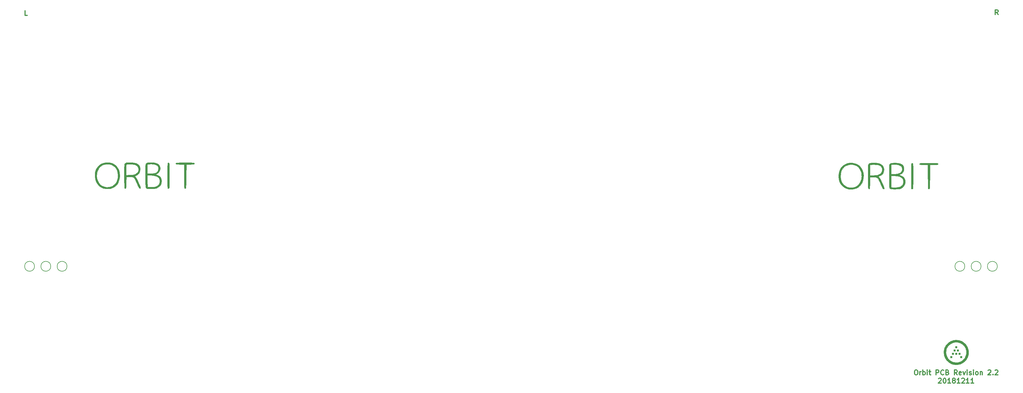
<source format=gto>
G04 #@! TF.GenerationSoftware,KiCad,Pcbnew,(5.0.0)*
G04 #@! TF.CreationDate,2018-12-12T20:22:31-08:00*
G04 #@! TF.ProjectId,Orbit,4F726269742E6B696361645F70636200,rev?*
G04 #@! TF.SameCoordinates,Original*
G04 #@! TF.FileFunction,Legend,Top*
G04 #@! TF.FilePolarity,Positive*
%FSLAX46Y46*%
G04 Gerber Fmt 4.6, Leading zero omitted, Abs format (unit mm)*
G04 Created by KiCad (PCBNEW (5.0.0)) date 12/12/18 20:22:31*
%MOMM*%
%LPD*%
G01*
G04 APERTURE LIST*
%ADD10C,0.300000*%
%ADD11C,0.150000*%
%ADD12C,0.010000*%
%ADD13C,1.187400*%
%ADD14C,1.900000*%
%ADD15C,1.600000*%
%ADD16C,1.600000*%
%ADD17C,4.387800*%
%ADD18C,2.150000*%
%ADD19C,1.050000*%
%ADD20O,1.400000X2.500000*%
%ADD21O,1.400000X2.000000*%
%ADD22C,5.400000*%
%ADD23C,3.448000*%
%ADD24C,2.540000*%
G04 APERTURE END LIST*
D10*
X306226339Y-153081696D02*
X306512053Y-153081696D01*
X306654910Y-153153125D01*
X306797767Y-153295982D01*
X306869196Y-153581696D01*
X306869196Y-154081696D01*
X306797767Y-154367410D01*
X306654910Y-154510267D01*
X306512053Y-154581696D01*
X306226339Y-154581696D01*
X306083482Y-154510267D01*
X305940625Y-154367410D01*
X305869196Y-154081696D01*
X305869196Y-153581696D01*
X305940625Y-153295982D01*
X306083482Y-153153125D01*
X306226339Y-153081696D01*
X307512053Y-154581696D02*
X307512053Y-153581696D01*
X307512053Y-153867410D02*
X307583482Y-153724553D01*
X307654910Y-153653125D01*
X307797767Y-153581696D01*
X307940625Y-153581696D01*
X308440625Y-154581696D02*
X308440625Y-153081696D01*
X308440625Y-153653125D02*
X308583482Y-153581696D01*
X308869196Y-153581696D01*
X309012053Y-153653125D01*
X309083482Y-153724553D01*
X309154910Y-153867410D01*
X309154910Y-154295982D01*
X309083482Y-154438839D01*
X309012053Y-154510267D01*
X308869196Y-154581696D01*
X308583482Y-154581696D01*
X308440625Y-154510267D01*
X309797767Y-154581696D02*
X309797767Y-153581696D01*
X309797767Y-153081696D02*
X309726339Y-153153125D01*
X309797767Y-153224553D01*
X309869196Y-153153125D01*
X309797767Y-153081696D01*
X309797767Y-153224553D01*
X310297767Y-153581696D02*
X310869196Y-153581696D01*
X310512053Y-153081696D02*
X310512053Y-154367410D01*
X310583482Y-154510267D01*
X310726339Y-154581696D01*
X310869196Y-154581696D01*
X312512053Y-154581696D02*
X312512053Y-153081696D01*
X313083482Y-153081696D01*
X313226339Y-153153125D01*
X313297767Y-153224553D01*
X313369196Y-153367410D01*
X313369196Y-153581696D01*
X313297767Y-153724553D01*
X313226339Y-153795982D01*
X313083482Y-153867410D01*
X312512053Y-153867410D01*
X314869196Y-154438839D02*
X314797767Y-154510267D01*
X314583482Y-154581696D01*
X314440625Y-154581696D01*
X314226339Y-154510267D01*
X314083482Y-154367410D01*
X314012053Y-154224553D01*
X313940625Y-153938839D01*
X313940625Y-153724553D01*
X314012053Y-153438839D01*
X314083482Y-153295982D01*
X314226339Y-153153125D01*
X314440625Y-153081696D01*
X314583482Y-153081696D01*
X314797767Y-153153125D01*
X314869196Y-153224553D01*
X316012053Y-153795982D02*
X316226339Y-153867410D01*
X316297767Y-153938839D01*
X316369196Y-154081696D01*
X316369196Y-154295982D01*
X316297767Y-154438839D01*
X316226339Y-154510267D01*
X316083482Y-154581696D01*
X315512053Y-154581696D01*
X315512053Y-153081696D01*
X316012053Y-153081696D01*
X316154910Y-153153125D01*
X316226339Y-153224553D01*
X316297767Y-153367410D01*
X316297767Y-153510267D01*
X316226339Y-153653125D01*
X316154910Y-153724553D01*
X316012053Y-153795982D01*
X315512053Y-153795982D01*
X319012053Y-154581696D02*
X318512053Y-153867410D01*
X318154910Y-154581696D02*
X318154910Y-153081696D01*
X318726339Y-153081696D01*
X318869196Y-153153125D01*
X318940625Y-153224553D01*
X319012053Y-153367410D01*
X319012053Y-153581696D01*
X318940625Y-153724553D01*
X318869196Y-153795982D01*
X318726339Y-153867410D01*
X318154910Y-153867410D01*
X320226339Y-154510267D02*
X320083482Y-154581696D01*
X319797767Y-154581696D01*
X319654910Y-154510267D01*
X319583482Y-154367410D01*
X319583482Y-153795982D01*
X319654910Y-153653125D01*
X319797767Y-153581696D01*
X320083482Y-153581696D01*
X320226339Y-153653125D01*
X320297767Y-153795982D01*
X320297767Y-153938839D01*
X319583482Y-154081696D01*
X320797767Y-153581696D02*
X321154910Y-154581696D01*
X321512053Y-153581696D01*
X322083482Y-154581696D02*
X322083482Y-153581696D01*
X322083482Y-153081696D02*
X322012053Y-153153125D01*
X322083482Y-153224553D01*
X322154910Y-153153125D01*
X322083482Y-153081696D01*
X322083482Y-153224553D01*
X322726339Y-154510267D02*
X322869196Y-154581696D01*
X323154910Y-154581696D01*
X323297767Y-154510267D01*
X323369196Y-154367410D01*
X323369196Y-154295982D01*
X323297767Y-154153125D01*
X323154910Y-154081696D01*
X322940625Y-154081696D01*
X322797767Y-154010267D01*
X322726339Y-153867410D01*
X322726339Y-153795982D01*
X322797767Y-153653125D01*
X322940625Y-153581696D01*
X323154910Y-153581696D01*
X323297767Y-153653125D01*
X324012053Y-154581696D02*
X324012053Y-153581696D01*
X324012053Y-153081696D02*
X323940625Y-153153125D01*
X324012053Y-153224553D01*
X324083482Y-153153125D01*
X324012053Y-153081696D01*
X324012053Y-153224553D01*
X324940625Y-154581696D02*
X324797767Y-154510267D01*
X324726339Y-154438839D01*
X324654910Y-154295982D01*
X324654910Y-153867410D01*
X324726339Y-153724553D01*
X324797767Y-153653125D01*
X324940625Y-153581696D01*
X325154910Y-153581696D01*
X325297767Y-153653125D01*
X325369196Y-153724553D01*
X325440625Y-153867410D01*
X325440625Y-154295982D01*
X325369196Y-154438839D01*
X325297767Y-154510267D01*
X325154910Y-154581696D01*
X324940625Y-154581696D01*
X326083482Y-153581696D02*
X326083482Y-154581696D01*
X326083482Y-153724553D02*
X326154910Y-153653125D01*
X326297767Y-153581696D01*
X326512053Y-153581696D01*
X326654910Y-153653125D01*
X326726339Y-153795982D01*
X326726339Y-154581696D01*
X328512053Y-153224553D02*
X328583482Y-153153125D01*
X328726339Y-153081696D01*
X329083482Y-153081696D01*
X329226339Y-153153125D01*
X329297767Y-153224553D01*
X329369196Y-153367410D01*
X329369196Y-153510267D01*
X329297767Y-153724553D01*
X328440625Y-154581696D01*
X329369196Y-154581696D01*
X330012053Y-154438839D02*
X330083482Y-154510267D01*
X330012053Y-154581696D01*
X329940625Y-154510267D01*
X330012053Y-154438839D01*
X330012053Y-154581696D01*
X330654910Y-153224553D02*
X330726339Y-153153125D01*
X330869196Y-153081696D01*
X331226339Y-153081696D01*
X331369196Y-153153125D01*
X331440625Y-153224553D01*
X331512053Y-153367410D01*
X331512053Y-153510267D01*
X331440625Y-153724553D01*
X330583482Y-154581696D01*
X331512053Y-154581696D01*
X313262053Y-155774553D02*
X313333482Y-155703125D01*
X313476339Y-155631696D01*
X313833482Y-155631696D01*
X313976339Y-155703125D01*
X314047767Y-155774553D01*
X314119196Y-155917410D01*
X314119196Y-156060267D01*
X314047767Y-156274553D01*
X313190625Y-157131696D01*
X314119196Y-157131696D01*
X315047767Y-155631696D02*
X315190625Y-155631696D01*
X315333482Y-155703125D01*
X315404910Y-155774553D01*
X315476339Y-155917410D01*
X315547767Y-156203125D01*
X315547767Y-156560267D01*
X315476339Y-156845982D01*
X315404910Y-156988839D01*
X315333482Y-157060267D01*
X315190625Y-157131696D01*
X315047767Y-157131696D01*
X314904910Y-157060267D01*
X314833482Y-156988839D01*
X314762053Y-156845982D01*
X314690625Y-156560267D01*
X314690625Y-156203125D01*
X314762053Y-155917410D01*
X314833482Y-155774553D01*
X314904910Y-155703125D01*
X315047767Y-155631696D01*
X316976339Y-157131696D02*
X316119196Y-157131696D01*
X316547767Y-157131696D02*
X316547767Y-155631696D01*
X316404910Y-155845982D01*
X316262053Y-155988839D01*
X316119196Y-156060267D01*
X317833482Y-156274553D02*
X317690625Y-156203125D01*
X317619196Y-156131696D01*
X317547767Y-155988839D01*
X317547767Y-155917410D01*
X317619196Y-155774553D01*
X317690625Y-155703125D01*
X317833482Y-155631696D01*
X318119196Y-155631696D01*
X318262053Y-155703125D01*
X318333482Y-155774553D01*
X318404910Y-155917410D01*
X318404910Y-155988839D01*
X318333482Y-156131696D01*
X318262053Y-156203125D01*
X318119196Y-156274553D01*
X317833482Y-156274553D01*
X317690625Y-156345982D01*
X317619196Y-156417410D01*
X317547767Y-156560267D01*
X317547767Y-156845982D01*
X317619196Y-156988839D01*
X317690625Y-157060267D01*
X317833482Y-157131696D01*
X318119196Y-157131696D01*
X318262053Y-157060267D01*
X318333482Y-156988839D01*
X318404910Y-156845982D01*
X318404910Y-156560267D01*
X318333482Y-156417410D01*
X318262053Y-156345982D01*
X318119196Y-156274553D01*
X319833482Y-157131696D02*
X318976339Y-157131696D01*
X319404910Y-157131696D02*
X319404910Y-155631696D01*
X319262053Y-155845982D01*
X319119196Y-155988839D01*
X318976339Y-156060267D01*
X320404910Y-155774553D02*
X320476339Y-155703125D01*
X320619196Y-155631696D01*
X320976339Y-155631696D01*
X321119196Y-155703125D01*
X321190625Y-155774553D01*
X321262053Y-155917410D01*
X321262053Y-156060267D01*
X321190625Y-156274553D01*
X320333482Y-157131696D01*
X321262053Y-157131696D01*
X322690625Y-157131696D02*
X321833482Y-157131696D01*
X322262053Y-157131696D02*
X322262053Y-155631696D01*
X322119196Y-155845982D01*
X321976339Y-155988839D01*
X321833482Y-156060267D01*
X324119196Y-157131696D02*
X323262053Y-157131696D01*
X323690625Y-157131696D02*
X323690625Y-155631696D01*
X323547767Y-155845982D01*
X323404910Y-155988839D01*
X323262053Y-156060267D01*
X331585035Y-43699821D02*
X331085035Y-42985535D01*
X330727892Y-43699821D02*
X330727892Y-42199821D01*
X331299321Y-42199821D01*
X331442178Y-42271250D01*
X331513607Y-42342678D01*
X331585035Y-42485535D01*
X331585035Y-42699821D01*
X331513607Y-42842678D01*
X331442178Y-42914107D01*
X331299321Y-42985535D01*
X330727892Y-42985535D01*
X33008035Y-43937946D02*
X32293750Y-43937946D01*
X32293750Y-42437946D01*
D11*
G04 #@! TO.C,D35*
X40236500Y-121156250D02*
G75*
G03X40236500Y-121156250I-1524000J0D01*
G01*
G04 #@! TO.C,D70*
X326349000Y-121156250D02*
G75*
G03X326349000Y-121156250I-1524000J0D01*
G01*
G04 #@! TO.C,D71*
X45236500Y-121156250D02*
G75*
G03X45236500Y-121156250I-1524000J0D01*
G01*
G04 #@! TO.C,D72*
X35236500Y-121156250D02*
G75*
G03X35236500Y-121156250I-1524000J0D01*
G01*
G04 #@! TO.C,D73*
X321349000Y-121156250D02*
G75*
G03X321349000Y-121156250I-1524000J0D01*
G01*
G04 #@! TO.C,D74*
X331349000Y-121156250D02*
G75*
G03X331349000Y-121156250I-1524000J0D01*
G01*
D12*
G04 #@! TO.C,G\002A\002A\002A*
G36*
X82336899Y-89239705D02*
X82939559Y-89243348D01*
X83407364Y-89250385D01*
X83757548Y-89261608D01*
X84007345Y-89277807D01*
X84173988Y-89299773D01*
X84274712Y-89328295D01*
X84326752Y-89364166D01*
X84327105Y-89364588D01*
X84392876Y-89529577D01*
X84383363Y-89616242D01*
X84332977Y-89668024D01*
X84211641Y-89705881D01*
X83995366Y-89732658D01*
X83660164Y-89751199D01*
X83182047Y-89764351D01*
X83125057Y-89765487D01*
X81915000Y-89789000D01*
X81872667Y-93387333D01*
X81862105Y-94154286D01*
X81849286Y-94870300D01*
X81834750Y-95517302D01*
X81819037Y-96077215D01*
X81802689Y-96531965D01*
X81786245Y-96863477D01*
X81770248Y-97053675D01*
X81761836Y-97091500D01*
X81627454Y-97180458D01*
X81526346Y-97197333D01*
X81370231Y-97150401D01*
X81319740Y-97091500D01*
X81310838Y-96986717D01*
X81301644Y-96730677D01*
X81292455Y-96341456D01*
X81283569Y-95837130D01*
X81275281Y-95235774D01*
X81267889Y-94555464D01*
X81261690Y-93814275D01*
X81258897Y-93387333D01*
X81237667Y-89789000D01*
X79997041Y-89765617D01*
X79507007Y-89754126D01*
X79160503Y-89738936D01*
X78931729Y-89716721D01*
X78794881Y-89684152D01*
X78724158Y-89637903D01*
X78701266Y-89598517D01*
X78676167Y-89503660D01*
X78691324Y-89426982D01*
X78762019Y-89366575D01*
X78903536Y-89320528D01*
X79131158Y-89286934D01*
X79460170Y-89263883D01*
X79905853Y-89249466D01*
X80483492Y-89241774D01*
X81208370Y-89238898D01*
X81582148Y-89238667D01*
X82336899Y-89239705D01*
X82336899Y-89239705D01*
G37*
X82336899Y-89239705D02*
X82939559Y-89243348D01*
X83407364Y-89250385D01*
X83757548Y-89261608D01*
X84007345Y-89277807D01*
X84173988Y-89299773D01*
X84274712Y-89328295D01*
X84326752Y-89364166D01*
X84327105Y-89364588D01*
X84392876Y-89529577D01*
X84383363Y-89616242D01*
X84332977Y-89668024D01*
X84211641Y-89705881D01*
X83995366Y-89732658D01*
X83660164Y-89751199D01*
X83182047Y-89764351D01*
X83125057Y-89765487D01*
X81915000Y-89789000D01*
X81872667Y-93387333D01*
X81862105Y-94154286D01*
X81849286Y-94870300D01*
X81834750Y-95517302D01*
X81819037Y-96077215D01*
X81802689Y-96531965D01*
X81786245Y-96863477D01*
X81770248Y-97053675D01*
X81761836Y-97091500D01*
X81627454Y-97180458D01*
X81526346Y-97197333D01*
X81370231Y-97150401D01*
X81319740Y-97091500D01*
X81310838Y-96986717D01*
X81301644Y-96730677D01*
X81292455Y-96341456D01*
X81283569Y-95837130D01*
X81275281Y-95235774D01*
X81267889Y-94555464D01*
X81261690Y-93814275D01*
X81258897Y-93387333D01*
X81237667Y-89789000D01*
X79997041Y-89765617D01*
X79507007Y-89754126D01*
X79160503Y-89738936D01*
X78931729Y-89716721D01*
X78794881Y-89684152D01*
X78724158Y-89637903D01*
X78701266Y-89598517D01*
X78676167Y-89503660D01*
X78691324Y-89426982D01*
X78762019Y-89366575D01*
X78903536Y-89320528D01*
X79131158Y-89286934D01*
X79460170Y-89263883D01*
X79905853Y-89249466D01*
X80483492Y-89241774D01*
X81208370Y-89238898D01*
X81582148Y-89238667D01*
X82336899Y-89239705D01*
G36*
X76434872Y-89271186D02*
X76529213Y-89318275D01*
X76533254Y-89320437D01*
X76574710Y-89346148D01*
X76609030Y-89384835D01*
X76636888Y-89451473D01*
X76658957Y-89561038D01*
X76675913Y-89728507D01*
X76688428Y-89968855D01*
X76697176Y-90297059D01*
X76702831Y-90728095D01*
X76706068Y-91276939D01*
X76707560Y-91958567D01*
X76707980Y-92787955D01*
X76708000Y-93204045D01*
X76706784Y-94170378D01*
X76702951Y-94978089D01*
X76696222Y-95637875D01*
X76686317Y-96160432D01*
X76672957Y-96556455D01*
X76655863Y-96836641D01*
X76634755Y-97011686D01*
X76609355Y-97092286D01*
X76606400Y-97095733D01*
X76435612Y-97184384D01*
X76247739Y-97183490D01*
X76171778Y-97140889D01*
X76160157Y-97047147D01*
X76149343Y-96801264D01*
X76139585Y-96420430D01*
X76131133Y-95921838D01*
X76124237Y-95322676D01*
X76119147Y-94640138D01*
X76116113Y-93891413D01*
X76115333Y-93256589D01*
X76115640Y-92311353D01*
X76117496Y-91522263D01*
X76122299Y-90876132D01*
X76131450Y-90359774D01*
X76146350Y-89960001D01*
X76168399Y-89663626D01*
X76198996Y-89457463D01*
X76239541Y-89328324D01*
X76291436Y-89263023D01*
X76356079Y-89248373D01*
X76434872Y-89271186D01*
X76434872Y-89271186D01*
G37*
X76434872Y-89271186D02*
X76529213Y-89318275D01*
X76533254Y-89320437D01*
X76574710Y-89346148D01*
X76609030Y-89384835D01*
X76636888Y-89451473D01*
X76658957Y-89561038D01*
X76675913Y-89728507D01*
X76688428Y-89968855D01*
X76697176Y-90297059D01*
X76702831Y-90728095D01*
X76706068Y-91276939D01*
X76707560Y-91958567D01*
X76707980Y-92787955D01*
X76708000Y-93204045D01*
X76706784Y-94170378D01*
X76702951Y-94978089D01*
X76696222Y-95637875D01*
X76686317Y-96160432D01*
X76672957Y-96556455D01*
X76655863Y-96836641D01*
X76634755Y-97011686D01*
X76609355Y-97092286D01*
X76606400Y-97095733D01*
X76435612Y-97184384D01*
X76247739Y-97183490D01*
X76171778Y-97140889D01*
X76160157Y-97047147D01*
X76149343Y-96801264D01*
X76139585Y-96420430D01*
X76131133Y-95921838D01*
X76124237Y-95322676D01*
X76119147Y-94640138D01*
X76116113Y-93891413D01*
X76115333Y-93256589D01*
X76115640Y-92311353D01*
X76117496Y-91522263D01*
X76122299Y-90876132D01*
X76131450Y-90359774D01*
X76146350Y-89960001D01*
X76168399Y-89663626D01*
X76198996Y-89457463D01*
X76239541Y-89328324D01*
X76291436Y-89263023D01*
X76356079Y-89248373D01*
X76434872Y-89271186D01*
G36*
X65259308Y-89210954D02*
X65798862Y-89259772D01*
X66237504Y-89350253D01*
X66608382Y-89489851D01*
X66944645Y-89686024D01*
X67028611Y-89745829D01*
X67389202Y-90095495D01*
X67617822Y-90525308D01*
X67723469Y-91055273D01*
X67733333Y-91313000D01*
X67671848Y-91914911D01*
X67483882Y-92406486D01*
X67164171Y-92795627D01*
X66707448Y-93090236D01*
X66487843Y-93182409D01*
X66250318Y-93272865D01*
X66087856Y-93339261D01*
X66048338Y-93358739D01*
X66079778Y-93428079D01*
X66199871Y-93568947D01*
X66248407Y-93618831D01*
X66404960Y-93807798D01*
X66582413Y-94087418D01*
X66788718Y-94473035D01*
X67031827Y-94979990D01*
X67319693Y-95623625D01*
X67480463Y-95995811D01*
X67676068Y-96468919D01*
X67796178Y-96808029D01*
X67841682Y-97030267D01*
X67813472Y-97152763D01*
X67712437Y-97192642D01*
X67541373Y-97167511D01*
X67455599Y-97125513D01*
X67365744Y-97029267D01*
X67260014Y-96857390D01*
X67126615Y-96588496D01*
X66953752Y-96201204D01*
X66767974Y-95765302D01*
X66562843Y-95292562D01*
X66359609Y-94849477D01*
X66174954Y-94470641D01*
X66025559Y-94190648D01*
X65952410Y-94074068D01*
X65756616Y-93854806D01*
X65520282Y-93704310D01*
X65212156Y-93613460D01*
X64800985Y-93573134D01*
X64255518Y-93574212D01*
X64241138Y-93574652D01*
X63457667Y-93599000D01*
X63415333Y-95377000D01*
X63400738Y-95968086D01*
X63387144Y-96411520D01*
X63371827Y-96728942D01*
X63352063Y-96941993D01*
X63325128Y-97072313D01*
X63288298Y-97141543D01*
X63238849Y-97171322D01*
X63188228Y-97181304D01*
X62992843Y-97133856D01*
X62913062Y-97038704D01*
X62894402Y-96920762D01*
X62877992Y-96655437D01*
X62863883Y-96264668D01*
X62852124Y-95770391D01*
X62842763Y-95194542D01*
X62835852Y-94559059D01*
X62831439Y-93885879D01*
X62829574Y-93196939D01*
X62830306Y-92514176D01*
X62833685Y-91859527D01*
X62837830Y-91446951D01*
X63415333Y-91446951D01*
X63415333Y-93067883D01*
X64581405Y-93035859D01*
X65057530Y-93020551D01*
X65403664Y-93000601D01*
X65659134Y-92969313D01*
X65863269Y-92919987D01*
X66055399Y-92845928D01*
X66253571Y-92751085D01*
X66714780Y-92445547D01*
X67026863Y-92068772D01*
X67185238Y-91630087D01*
X67185324Y-91138822D01*
X67142935Y-90940424D01*
X66972869Y-90521076D01*
X66706444Y-90195992D01*
X66330743Y-89958682D01*
X65832846Y-89802653D01*
X65199836Y-89721416D01*
X64685333Y-89705583D01*
X64283444Y-89710192D01*
X63934375Y-89723647D01*
X63678669Y-89743795D01*
X63563500Y-89765176D01*
X63511815Y-89800274D01*
X63473662Y-89872260D01*
X63447028Y-90004002D01*
X63429896Y-90218371D01*
X63420253Y-90538236D01*
X63416083Y-90986467D01*
X63415333Y-91446951D01*
X62837830Y-91446951D01*
X62839760Y-91254928D01*
X62848582Y-90722317D01*
X62860198Y-90283630D01*
X62874660Y-89960805D01*
X62892015Y-89775779D01*
X62896621Y-89754299D01*
X63003704Y-89561928D01*
X63183711Y-89378604D01*
X63190711Y-89373309D01*
X63302274Y-89301433D01*
X63432290Y-89251999D01*
X63613137Y-89220896D01*
X63877199Y-89204019D01*
X64256854Y-89197258D01*
X64585695Y-89196343D01*
X65259308Y-89210954D01*
X65259308Y-89210954D01*
G37*
X65259308Y-89210954D02*
X65798862Y-89259772D01*
X66237504Y-89350253D01*
X66608382Y-89489851D01*
X66944645Y-89686024D01*
X67028611Y-89745829D01*
X67389202Y-90095495D01*
X67617822Y-90525308D01*
X67723469Y-91055273D01*
X67733333Y-91313000D01*
X67671848Y-91914911D01*
X67483882Y-92406486D01*
X67164171Y-92795627D01*
X66707448Y-93090236D01*
X66487843Y-93182409D01*
X66250318Y-93272865D01*
X66087856Y-93339261D01*
X66048338Y-93358739D01*
X66079778Y-93428079D01*
X66199871Y-93568947D01*
X66248407Y-93618831D01*
X66404960Y-93807798D01*
X66582413Y-94087418D01*
X66788718Y-94473035D01*
X67031827Y-94979990D01*
X67319693Y-95623625D01*
X67480463Y-95995811D01*
X67676068Y-96468919D01*
X67796178Y-96808029D01*
X67841682Y-97030267D01*
X67813472Y-97152763D01*
X67712437Y-97192642D01*
X67541373Y-97167511D01*
X67455599Y-97125513D01*
X67365744Y-97029267D01*
X67260014Y-96857390D01*
X67126615Y-96588496D01*
X66953752Y-96201204D01*
X66767974Y-95765302D01*
X66562843Y-95292562D01*
X66359609Y-94849477D01*
X66174954Y-94470641D01*
X66025559Y-94190648D01*
X65952410Y-94074068D01*
X65756616Y-93854806D01*
X65520282Y-93704310D01*
X65212156Y-93613460D01*
X64800985Y-93573134D01*
X64255518Y-93574212D01*
X64241138Y-93574652D01*
X63457667Y-93599000D01*
X63415333Y-95377000D01*
X63400738Y-95968086D01*
X63387144Y-96411520D01*
X63371827Y-96728942D01*
X63352063Y-96941993D01*
X63325128Y-97072313D01*
X63288298Y-97141543D01*
X63238849Y-97171322D01*
X63188228Y-97181304D01*
X62992843Y-97133856D01*
X62913062Y-97038704D01*
X62894402Y-96920762D01*
X62877992Y-96655437D01*
X62863883Y-96264668D01*
X62852124Y-95770391D01*
X62842763Y-95194542D01*
X62835852Y-94559059D01*
X62831439Y-93885879D01*
X62829574Y-93196939D01*
X62830306Y-92514176D01*
X62833685Y-91859527D01*
X62837830Y-91446951D01*
X63415333Y-91446951D01*
X63415333Y-93067883D01*
X64581405Y-93035859D01*
X65057530Y-93020551D01*
X65403664Y-93000601D01*
X65659134Y-92969313D01*
X65863269Y-92919987D01*
X66055399Y-92845928D01*
X66253571Y-92751085D01*
X66714780Y-92445547D01*
X67026863Y-92068772D01*
X67185238Y-91630087D01*
X67185324Y-91138822D01*
X67142935Y-90940424D01*
X66972869Y-90521076D01*
X66706444Y-90195992D01*
X66330743Y-89958682D01*
X65832846Y-89802653D01*
X65199836Y-89721416D01*
X64685333Y-89705583D01*
X64283444Y-89710192D01*
X63934375Y-89723647D01*
X63678669Y-89743795D01*
X63563500Y-89765176D01*
X63511815Y-89800274D01*
X63473662Y-89872260D01*
X63447028Y-90004002D01*
X63429896Y-90218371D01*
X63420253Y-90538236D01*
X63416083Y-90986467D01*
X63415333Y-91446951D01*
X62837830Y-91446951D01*
X62839760Y-91254928D01*
X62848582Y-90722317D01*
X62860198Y-90283630D01*
X62874660Y-89960805D01*
X62892015Y-89775779D01*
X62896621Y-89754299D01*
X63003704Y-89561928D01*
X63183711Y-89378604D01*
X63190711Y-89373309D01*
X63302274Y-89301433D01*
X63432290Y-89251999D01*
X63613137Y-89220896D01*
X63877199Y-89204019D01*
X64256854Y-89197258D01*
X64585695Y-89196343D01*
X65259308Y-89210954D01*
G36*
X71204667Y-89205833D02*
X71951855Y-89243837D01*
X72555899Y-89347464D01*
X73032370Y-89523324D01*
X73396842Y-89778028D01*
X73664886Y-90118187D01*
X73752023Y-90287171D01*
X73891029Y-90781634D01*
X73882553Y-91285889D01*
X73740505Y-91767316D01*
X73478793Y-92193296D01*
X73111328Y-92531211D01*
X72710236Y-92730254D01*
X72361854Y-92846382D01*
X72882002Y-93036037D01*
X73444302Y-93301546D01*
X73856539Y-93638500D01*
X74126716Y-94057609D01*
X74262837Y-94569580D01*
X74283516Y-94911333D01*
X74265784Y-95262900D01*
X74219600Y-95600496D01*
X74172391Y-95793210D01*
X73971378Y-96178675D01*
X73650840Y-96554163D01*
X73256506Y-96872759D01*
X72959557Y-97037472D01*
X72765721Y-97116361D01*
X72570925Y-97172418D01*
X72339394Y-97210232D01*
X72035356Y-97234393D01*
X71623036Y-97249491D01*
X71247000Y-97257190D01*
X70786661Y-97259874D01*
X70375274Y-97252626D01*
X70047921Y-97236782D01*
X69839682Y-97213680D01*
X69795559Y-97201874D01*
X69688042Y-97153990D01*
X69599020Y-97099773D01*
X69526746Y-97023879D01*
X69469476Y-96910965D01*
X69425464Y-96745690D01*
X69392964Y-96512709D01*
X69370231Y-96196682D01*
X69355520Y-95782264D01*
X69347085Y-95254113D01*
X69343180Y-94596887D01*
X69342061Y-93795243D01*
X69342000Y-93215126D01*
X69342023Y-93133333D01*
X69931299Y-93133333D01*
X69954149Y-94932500D01*
X69977000Y-96731667D01*
X70612000Y-96774000D01*
X71282430Y-96788192D01*
X71901086Y-96742743D01*
X72428936Y-96642273D01*
X72775373Y-96517883D01*
X73219239Y-96217556D01*
X73530280Y-95816786D01*
X73701877Y-95328019D01*
X73727414Y-94763706D01*
X73724576Y-94732030D01*
X73606918Y-94259543D01*
X73351357Y-93871375D01*
X72955539Y-93566309D01*
X72417111Y-93343131D01*
X71733719Y-93200624D01*
X70903010Y-93137572D01*
X70631483Y-93133973D01*
X69931299Y-93133333D01*
X69342023Y-93133333D01*
X69342249Y-92350246D01*
X69343490Y-91638729D01*
X69346462Y-91064607D01*
X69351905Y-90611909D01*
X69360559Y-90264666D01*
X69373165Y-90006909D01*
X69390461Y-89822668D01*
X69400120Y-89768822D01*
X69934667Y-89768822D01*
X69934667Y-92625333D01*
X70802500Y-92624328D01*
X71227611Y-92611959D01*
X71643299Y-92579642D01*
X71985760Y-92533142D01*
X72110599Y-92506109D01*
X72633368Y-92306999D01*
X73009877Y-92024885D01*
X73243679Y-91655692D01*
X73338326Y-91195344D01*
X73340872Y-91095081D01*
X73268296Y-90632992D01*
X73051891Y-90259089D01*
X72693639Y-89975458D01*
X72195522Y-89784187D01*
X72068332Y-89754910D01*
X71582390Y-89688605D01*
X71026736Y-89665131D01*
X70493247Y-89686437D01*
X70252167Y-89716343D01*
X69934667Y-89768822D01*
X69400120Y-89768822D01*
X69413189Y-89695973D01*
X69442087Y-89610856D01*
X69477895Y-89551346D01*
X69513676Y-89509656D01*
X69650408Y-89388616D01*
X69818402Y-89302865D01*
X70046861Y-89247155D01*
X70364988Y-89216241D01*
X70801983Y-89204875D01*
X71204667Y-89205833D01*
X71204667Y-89205833D01*
G37*
X71204667Y-89205833D02*
X71951855Y-89243837D01*
X72555899Y-89347464D01*
X73032370Y-89523324D01*
X73396842Y-89778028D01*
X73664886Y-90118187D01*
X73752023Y-90287171D01*
X73891029Y-90781634D01*
X73882553Y-91285889D01*
X73740505Y-91767316D01*
X73478793Y-92193296D01*
X73111328Y-92531211D01*
X72710236Y-92730254D01*
X72361854Y-92846382D01*
X72882002Y-93036037D01*
X73444302Y-93301546D01*
X73856539Y-93638500D01*
X74126716Y-94057609D01*
X74262837Y-94569580D01*
X74283516Y-94911333D01*
X74265784Y-95262900D01*
X74219600Y-95600496D01*
X74172391Y-95793210D01*
X73971378Y-96178675D01*
X73650840Y-96554163D01*
X73256506Y-96872759D01*
X72959557Y-97037472D01*
X72765721Y-97116361D01*
X72570925Y-97172418D01*
X72339394Y-97210232D01*
X72035356Y-97234393D01*
X71623036Y-97249491D01*
X71247000Y-97257190D01*
X70786661Y-97259874D01*
X70375274Y-97252626D01*
X70047921Y-97236782D01*
X69839682Y-97213680D01*
X69795559Y-97201874D01*
X69688042Y-97153990D01*
X69599020Y-97099773D01*
X69526746Y-97023879D01*
X69469476Y-96910965D01*
X69425464Y-96745690D01*
X69392964Y-96512709D01*
X69370231Y-96196682D01*
X69355520Y-95782264D01*
X69347085Y-95254113D01*
X69343180Y-94596887D01*
X69342061Y-93795243D01*
X69342000Y-93215126D01*
X69342023Y-93133333D01*
X69931299Y-93133333D01*
X69954149Y-94932500D01*
X69977000Y-96731667D01*
X70612000Y-96774000D01*
X71282430Y-96788192D01*
X71901086Y-96742743D01*
X72428936Y-96642273D01*
X72775373Y-96517883D01*
X73219239Y-96217556D01*
X73530280Y-95816786D01*
X73701877Y-95328019D01*
X73727414Y-94763706D01*
X73724576Y-94732030D01*
X73606918Y-94259543D01*
X73351357Y-93871375D01*
X72955539Y-93566309D01*
X72417111Y-93343131D01*
X71733719Y-93200624D01*
X70903010Y-93137572D01*
X70631483Y-93133973D01*
X69931299Y-93133333D01*
X69342023Y-93133333D01*
X69342249Y-92350246D01*
X69343490Y-91638729D01*
X69346462Y-91064607D01*
X69351905Y-90611909D01*
X69360559Y-90264666D01*
X69373165Y-90006909D01*
X69390461Y-89822668D01*
X69400120Y-89768822D01*
X69934667Y-89768822D01*
X69934667Y-92625333D01*
X70802500Y-92624328D01*
X71227611Y-92611959D01*
X71643299Y-92579642D01*
X71985760Y-92533142D01*
X72110599Y-92506109D01*
X72633368Y-92306999D01*
X73009877Y-92024885D01*
X73243679Y-91655692D01*
X73338326Y-91195344D01*
X73340872Y-91095081D01*
X73268296Y-90632992D01*
X73051891Y-90259089D01*
X72693639Y-89975458D01*
X72195522Y-89784187D01*
X72068332Y-89754910D01*
X71582390Y-89688605D01*
X71026736Y-89665131D01*
X70493247Y-89686437D01*
X70252167Y-89716343D01*
X69934667Y-89768822D01*
X69400120Y-89768822D01*
X69413189Y-89695973D01*
X69442087Y-89610856D01*
X69477895Y-89551346D01*
X69513676Y-89509656D01*
X69650408Y-89388616D01*
X69818402Y-89302865D01*
X70046861Y-89247155D01*
X70364988Y-89216241D01*
X70801983Y-89204875D01*
X71204667Y-89205833D01*
G36*
X58255844Y-89218999D02*
X59008944Y-89394371D01*
X59657877Y-89691363D01*
X60227551Y-90121984D01*
X60326582Y-90217597D01*
X60814839Y-90823908D01*
X61167460Y-91527444D01*
X61382085Y-92320974D01*
X61456354Y-93197265D01*
X61442065Y-93636242D01*
X61313977Y-94476863D01*
X61053997Y-95229697D01*
X60670190Y-95883823D01*
X60170621Y-96428324D01*
X59563356Y-96852278D01*
X58856458Y-97144768D01*
X58849133Y-97146927D01*
X58486424Y-97218995D01*
X58025999Y-97261723D01*
X57524833Y-97274721D01*
X57039899Y-97257595D01*
X56628173Y-97209955D01*
X56430333Y-97163566D01*
X55708821Y-96850049D01*
X55081125Y-96403057D01*
X54563125Y-95838888D01*
X54170699Y-95173841D01*
X53975328Y-94643475D01*
X53880632Y-94169177D01*
X53828091Y-93599116D01*
X53824673Y-93373058D01*
X54370212Y-93373058D01*
X54450437Y-94133450D01*
X54658283Y-94834368D01*
X54985444Y-95455970D01*
X55423616Y-95978417D01*
X55964494Y-96381870D01*
X56037015Y-96421936D01*
X56679231Y-96682112D01*
X57364606Y-96795543D01*
X58112237Y-96764149D01*
X58589333Y-96678685D01*
X59178341Y-96462775D01*
X59707549Y-96101692D01*
X60160122Y-95614055D01*
X60519221Y-95018483D01*
X60768010Y-94333595D01*
X60789913Y-94245186D01*
X60844243Y-93863733D01*
X60861625Y-93384472D01*
X60844901Y-92866117D01*
X60796916Y-92367382D01*
X60720514Y-91946980D01*
X60670442Y-91778667D01*
X60345668Y-91115703D01*
X59902178Y-90565766D01*
X59355671Y-90138893D01*
X58721843Y-89845120D01*
X58016394Y-89694484D01*
X57395616Y-89684803D01*
X56652446Y-89810549D01*
X56002055Y-90075753D01*
X55450741Y-90474289D01*
X55004806Y-91000030D01*
X54670549Y-91646849D01*
X54454270Y-92408619D01*
X54425912Y-92573030D01*
X54370212Y-93373058D01*
X53824673Y-93373058D01*
X53819032Y-93000038D01*
X53854782Y-92438691D01*
X53923436Y-92032667D01*
X54189172Y-91280446D01*
X54583878Y-90626821D01*
X55092260Y-90081727D01*
X55699021Y-89655095D01*
X56388865Y-89356862D01*
X57146498Y-89196959D01*
X57956623Y-89185320D01*
X58255844Y-89218999D01*
X58255844Y-89218999D01*
G37*
X58255844Y-89218999D02*
X59008944Y-89394371D01*
X59657877Y-89691363D01*
X60227551Y-90121984D01*
X60326582Y-90217597D01*
X60814839Y-90823908D01*
X61167460Y-91527444D01*
X61382085Y-92320974D01*
X61456354Y-93197265D01*
X61442065Y-93636242D01*
X61313977Y-94476863D01*
X61053997Y-95229697D01*
X60670190Y-95883823D01*
X60170621Y-96428324D01*
X59563356Y-96852278D01*
X58856458Y-97144768D01*
X58849133Y-97146927D01*
X58486424Y-97218995D01*
X58025999Y-97261723D01*
X57524833Y-97274721D01*
X57039899Y-97257595D01*
X56628173Y-97209955D01*
X56430333Y-97163566D01*
X55708821Y-96850049D01*
X55081125Y-96403057D01*
X54563125Y-95838888D01*
X54170699Y-95173841D01*
X53975328Y-94643475D01*
X53880632Y-94169177D01*
X53828091Y-93599116D01*
X53824673Y-93373058D01*
X54370212Y-93373058D01*
X54450437Y-94133450D01*
X54658283Y-94834368D01*
X54985444Y-95455970D01*
X55423616Y-95978417D01*
X55964494Y-96381870D01*
X56037015Y-96421936D01*
X56679231Y-96682112D01*
X57364606Y-96795543D01*
X58112237Y-96764149D01*
X58589333Y-96678685D01*
X59178341Y-96462775D01*
X59707549Y-96101692D01*
X60160122Y-95614055D01*
X60519221Y-95018483D01*
X60768010Y-94333595D01*
X60789913Y-94245186D01*
X60844243Y-93863733D01*
X60861625Y-93384472D01*
X60844901Y-92866117D01*
X60796916Y-92367382D01*
X60720514Y-91946980D01*
X60670442Y-91778667D01*
X60345668Y-91115703D01*
X59902178Y-90565766D01*
X59355671Y-90138893D01*
X58721843Y-89845120D01*
X58016394Y-89694484D01*
X57395616Y-89684803D01*
X56652446Y-89810549D01*
X56002055Y-90075753D01*
X55450741Y-90474289D01*
X55004806Y-91000030D01*
X54670549Y-91646849D01*
X54454270Y-92408619D01*
X54425912Y-92573030D01*
X54370212Y-93373058D01*
X53824673Y-93373058D01*
X53819032Y-93000038D01*
X53854782Y-92438691D01*
X53923436Y-92032667D01*
X54189172Y-91280446D01*
X54583878Y-90626821D01*
X55092260Y-90081727D01*
X55699021Y-89655095D01*
X56388865Y-89356862D01*
X57146498Y-89196959D01*
X57956623Y-89185320D01*
X58255844Y-89218999D01*
G36*
X311063899Y-89366705D02*
X311666559Y-89370348D01*
X312134364Y-89377385D01*
X312484548Y-89388608D01*
X312734345Y-89404807D01*
X312900988Y-89426773D01*
X313001712Y-89455295D01*
X313053752Y-89491166D01*
X313054105Y-89491588D01*
X313119876Y-89656577D01*
X313110363Y-89743242D01*
X313059977Y-89795024D01*
X312938641Y-89832881D01*
X312722366Y-89859658D01*
X312387164Y-89878199D01*
X311909047Y-89891351D01*
X311852057Y-89892487D01*
X310642000Y-89916000D01*
X310599667Y-93514333D01*
X310589105Y-94281286D01*
X310576286Y-94997300D01*
X310561750Y-95644302D01*
X310546037Y-96204215D01*
X310529689Y-96658965D01*
X310513245Y-96990477D01*
X310497248Y-97180675D01*
X310488836Y-97218500D01*
X310354454Y-97307458D01*
X310253346Y-97324333D01*
X310097231Y-97277401D01*
X310046740Y-97218500D01*
X310037838Y-97113717D01*
X310028644Y-96857677D01*
X310019455Y-96468456D01*
X310010569Y-95964130D01*
X310002281Y-95362774D01*
X309994889Y-94682464D01*
X309988690Y-93941275D01*
X309985897Y-93514333D01*
X309964667Y-89916000D01*
X308724041Y-89892617D01*
X308234007Y-89881126D01*
X307887503Y-89865936D01*
X307658729Y-89843721D01*
X307521881Y-89811152D01*
X307451158Y-89764903D01*
X307428266Y-89725517D01*
X307403167Y-89630660D01*
X307418324Y-89553982D01*
X307489019Y-89493575D01*
X307630536Y-89447528D01*
X307858158Y-89413934D01*
X308187170Y-89390883D01*
X308632853Y-89376466D01*
X309210492Y-89368774D01*
X309935370Y-89365898D01*
X310309148Y-89365667D01*
X311063899Y-89366705D01*
X311063899Y-89366705D01*
G37*
X311063899Y-89366705D02*
X311666559Y-89370348D01*
X312134364Y-89377385D01*
X312484548Y-89388608D01*
X312734345Y-89404807D01*
X312900988Y-89426773D01*
X313001712Y-89455295D01*
X313053752Y-89491166D01*
X313054105Y-89491588D01*
X313119876Y-89656577D01*
X313110363Y-89743242D01*
X313059977Y-89795024D01*
X312938641Y-89832881D01*
X312722366Y-89859658D01*
X312387164Y-89878199D01*
X311909047Y-89891351D01*
X311852057Y-89892487D01*
X310642000Y-89916000D01*
X310599667Y-93514333D01*
X310589105Y-94281286D01*
X310576286Y-94997300D01*
X310561750Y-95644302D01*
X310546037Y-96204215D01*
X310529689Y-96658965D01*
X310513245Y-96990477D01*
X310497248Y-97180675D01*
X310488836Y-97218500D01*
X310354454Y-97307458D01*
X310253346Y-97324333D01*
X310097231Y-97277401D01*
X310046740Y-97218500D01*
X310037838Y-97113717D01*
X310028644Y-96857677D01*
X310019455Y-96468456D01*
X310010569Y-95964130D01*
X310002281Y-95362774D01*
X309994889Y-94682464D01*
X309988690Y-93941275D01*
X309985897Y-93514333D01*
X309964667Y-89916000D01*
X308724041Y-89892617D01*
X308234007Y-89881126D01*
X307887503Y-89865936D01*
X307658729Y-89843721D01*
X307521881Y-89811152D01*
X307451158Y-89764903D01*
X307428266Y-89725517D01*
X307403167Y-89630660D01*
X307418324Y-89553982D01*
X307489019Y-89493575D01*
X307630536Y-89447528D01*
X307858158Y-89413934D01*
X308187170Y-89390883D01*
X308632853Y-89376466D01*
X309210492Y-89368774D01*
X309935370Y-89365898D01*
X310309148Y-89365667D01*
X311063899Y-89366705D01*
G36*
X305161872Y-89398186D02*
X305256213Y-89445275D01*
X305260254Y-89447437D01*
X305301710Y-89473148D01*
X305336030Y-89511835D01*
X305363888Y-89578473D01*
X305385957Y-89688038D01*
X305402913Y-89855507D01*
X305415428Y-90095855D01*
X305424176Y-90424059D01*
X305429831Y-90855095D01*
X305433068Y-91403939D01*
X305434560Y-92085567D01*
X305434980Y-92914955D01*
X305435000Y-93331045D01*
X305433784Y-94297378D01*
X305429951Y-95105089D01*
X305423222Y-95764875D01*
X305413317Y-96287432D01*
X305399957Y-96683455D01*
X305382863Y-96963641D01*
X305361755Y-97138686D01*
X305336355Y-97219286D01*
X305333400Y-97222733D01*
X305162612Y-97311384D01*
X304974739Y-97310490D01*
X304898778Y-97267889D01*
X304887157Y-97174147D01*
X304876343Y-96928264D01*
X304866585Y-96547430D01*
X304858133Y-96048838D01*
X304851237Y-95449676D01*
X304846147Y-94767138D01*
X304843113Y-94018413D01*
X304842333Y-93383589D01*
X304842640Y-92438353D01*
X304844496Y-91649263D01*
X304849299Y-91003132D01*
X304858450Y-90486774D01*
X304873350Y-90087001D01*
X304895399Y-89790626D01*
X304925996Y-89584463D01*
X304966541Y-89455324D01*
X305018436Y-89390023D01*
X305083079Y-89375373D01*
X305161872Y-89398186D01*
X305161872Y-89398186D01*
G37*
X305161872Y-89398186D02*
X305256213Y-89445275D01*
X305260254Y-89447437D01*
X305301710Y-89473148D01*
X305336030Y-89511835D01*
X305363888Y-89578473D01*
X305385957Y-89688038D01*
X305402913Y-89855507D01*
X305415428Y-90095855D01*
X305424176Y-90424059D01*
X305429831Y-90855095D01*
X305433068Y-91403939D01*
X305434560Y-92085567D01*
X305434980Y-92914955D01*
X305435000Y-93331045D01*
X305433784Y-94297378D01*
X305429951Y-95105089D01*
X305423222Y-95764875D01*
X305413317Y-96287432D01*
X305399957Y-96683455D01*
X305382863Y-96963641D01*
X305361755Y-97138686D01*
X305336355Y-97219286D01*
X305333400Y-97222733D01*
X305162612Y-97311384D01*
X304974739Y-97310490D01*
X304898778Y-97267889D01*
X304887157Y-97174147D01*
X304876343Y-96928264D01*
X304866585Y-96547430D01*
X304858133Y-96048838D01*
X304851237Y-95449676D01*
X304846147Y-94767138D01*
X304843113Y-94018413D01*
X304842333Y-93383589D01*
X304842640Y-92438353D01*
X304844496Y-91649263D01*
X304849299Y-91003132D01*
X304858450Y-90486774D01*
X304873350Y-90087001D01*
X304895399Y-89790626D01*
X304925996Y-89584463D01*
X304966541Y-89455324D01*
X305018436Y-89390023D01*
X305083079Y-89375373D01*
X305161872Y-89398186D01*
G36*
X293986308Y-89337954D02*
X294525862Y-89386772D01*
X294964504Y-89477253D01*
X295335382Y-89616851D01*
X295671645Y-89813024D01*
X295755611Y-89872829D01*
X296116202Y-90222495D01*
X296344822Y-90652308D01*
X296450469Y-91182273D01*
X296460333Y-91440000D01*
X296398848Y-92041911D01*
X296210882Y-92533486D01*
X295891171Y-92922627D01*
X295434448Y-93217236D01*
X295214843Y-93309409D01*
X294977318Y-93399865D01*
X294814856Y-93466261D01*
X294775338Y-93485739D01*
X294806778Y-93555079D01*
X294926871Y-93695947D01*
X294975407Y-93745831D01*
X295131960Y-93934798D01*
X295309413Y-94214418D01*
X295515718Y-94600035D01*
X295758827Y-95106990D01*
X296046693Y-95750625D01*
X296207463Y-96122811D01*
X296403068Y-96595919D01*
X296523178Y-96935029D01*
X296568682Y-97157267D01*
X296540472Y-97279763D01*
X296439437Y-97319642D01*
X296268373Y-97294511D01*
X296182599Y-97252513D01*
X296092744Y-97156267D01*
X295987014Y-96984390D01*
X295853615Y-96715496D01*
X295680752Y-96328204D01*
X295494974Y-95892302D01*
X295289843Y-95419562D01*
X295086609Y-94976477D01*
X294901954Y-94597641D01*
X294752559Y-94317648D01*
X294679410Y-94201068D01*
X294483616Y-93981806D01*
X294247282Y-93831310D01*
X293939156Y-93740460D01*
X293527985Y-93700134D01*
X292982518Y-93701212D01*
X292968138Y-93701652D01*
X292184667Y-93726000D01*
X292142333Y-95504000D01*
X292127738Y-96095086D01*
X292114144Y-96538520D01*
X292098827Y-96855942D01*
X292079063Y-97068993D01*
X292052128Y-97199313D01*
X292015298Y-97268543D01*
X291965849Y-97298322D01*
X291915228Y-97308304D01*
X291719843Y-97260856D01*
X291640062Y-97165704D01*
X291621402Y-97047762D01*
X291604992Y-96782437D01*
X291590883Y-96391668D01*
X291579124Y-95897391D01*
X291569763Y-95321542D01*
X291562852Y-94686059D01*
X291558439Y-94012879D01*
X291556574Y-93323939D01*
X291557306Y-92641176D01*
X291560685Y-91986527D01*
X291564830Y-91573951D01*
X292142333Y-91573951D01*
X292142333Y-93194883D01*
X293308405Y-93162859D01*
X293784530Y-93147551D01*
X294130664Y-93127601D01*
X294386134Y-93096313D01*
X294590269Y-93046987D01*
X294782399Y-92972928D01*
X294980571Y-92878085D01*
X295441780Y-92572547D01*
X295753863Y-92195772D01*
X295912238Y-91757087D01*
X295912324Y-91265822D01*
X295869935Y-91067424D01*
X295699869Y-90648076D01*
X295433444Y-90322992D01*
X295057743Y-90085682D01*
X294559846Y-89929653D01*
X293926836Y-89848416D01*
X293412333Y-89832583D01*
X293010444Y-89837192D01*
X292661375Y-89850647D01*
X292405669Y-89870795D01*
X292290500Y-89892176D01*
X292238815Y-89927274D01*
X292200662Y-89999260D01*
X292174028Y-90131002D01*
X292156896Y-90345371D01*
X292147253Y-90665236D01*
X292143083Y-91113467D01*
X292142333Y-91573951D01*
X291564830Y-91573951D01*
X291566760Y-91381928D01*
X291575582Y-90849317D01*
X291587198Y-90410630D01*
X291601660Y-90087805D01*
X291619015Y-89902779D01*
X291623621Y-89881299D01*
X291730704Y-89688928D01*
X291910711Y-89505604D01*
X291917711Y-89500309D01*
X292029274Y-89428433D01*
X292159290Y-89378999D01*
X292340137Y-89347896D01*
X292604199Y-89331019D01*
X292983854Y-89324258D01*
X293312695Y-89323343D01*
X293986308Y-89337954D01*
X293986308Y-89337954D01*
G37*
X293986308Y-89337954D02*
X294525862Y-89386772D01*
X294964504Y-89477253D01*
X295335382Y-89616851D01*
X295671645Y-89813024D01*
X295755611Y-89872829D01*
X296116202Y-90222495D01*
X296344822Y-90652308D01*
X296450469Y-91182273D01*
X296460333Y-91440000D01*
X296398848Y-92041911D01*
X296210882Y-92533486D01*
X295891171Y-92922627D01*
X295434448Y-93217236D01*
X295214843Y-93309409D01*
X294977318Y-93399865D01*
X294814856Y-93466261D01*
X294775338Y-93485739D01*
X294806778Y-93555079D01*
X294926871Y-93695947D01*
X294975407Y-93745831D01*
X295131960Y-93934798D01*
X295309413Y-94214418D01*
X295515718Y-94600035D01*
X295758827Y-95106990D01*
X296046693Y-95750625D01*
X296207463Y-96122811D01*
X296403068Y-96595919D01*
X296523178Y-96935029D01*
X296568682Y-97157267D01*
X296540472Y-97279763D01*
X296439437Y-97319642D01*
X296268373Y-97294511D01*
X296182599Y-97252513D01*
X296092744Y-97156267D01*
X295987014Y-96984390D01*
X295853615Y-96715496D01*
X295680752Y-96328204D01*
X295494974Y-95892302D01*
X295289843Y-95419562D01*
X295086609Y-94976477D01*
X294901954Y-94597641D01*
X294752559Y-94317648D01*
X294679410Y-94201068D01*
X294483616Y-93981806D01*
X294247282Y-93831310D01*
X293939156Y-93740460D01*
X293527985Y-93700134D01*
X292982518Y-93701212D01*
X292968138Y-93701652D01*
X292184667Y-93726000D01*
X292142333Y-95504000D01*
X292127738Y-96095086D01*
X292114144Y-96538520D01*
X292098827Y-96855942D01*
X292079063Y-97068993D01*
X292052128Y-97199313D01*
X292015298Y-97268543D01*
X291965849Y-97298322D01*
X291915228Y-97308304D01*
X291719843Y-97260856D01*
X291640062Y-97165704D01*
X291621402Y-97047762D01*
X291604992Y-96782437D01*
X291590883Y-96391668D01*
X291579124Y-95897391D01*
X291569763Y-95321542D01*
X291562852Y-94686059D01*
X291558439Y-94012879D01*
X291556574Y-93323939D01*
X291557306Y-92641176D01*
X291560685Y-91986527D01*
X291564830Y-91573951D01*
X292142333Y-91573951D01*
X292142333Y-93194883D01*
X293308405Y-93162859D01*
X293784530Y-93147551D01*
X294130664Y-93127601D01*
X294386134Y-93096313D01*
X294590269Y-93046987D01*
X294782399Y-92972928D01*
X294980571Y-92878085D01*
X295441780Y-92572547D01*
X295753863Y-92195772D01*
X295912238Y-91757087D01*
X295912324Y-91265822D01*
X295869935Y-91067424D01*
X295699869Y-90648076D01*
X295433444Y-90322992D01*
X295057743Y-90085682D01*
X294559846Y-89929653D01*
X293926836Y-89848416D01*
X293412333Y-89832583D01*
X293010444Y-89837192D01*
X292661375Y-89850647D01*
X292405669Y-89870795D01*
X292290500Y-89892176D01*
X292238815Y-89927274D01*
X292200662Y-89999260D01*
X292174028Y-90131002D01*
X292156896Y-90345371D01*
X292147253Y-90665236D01*
X292143083Y-91113467D01*
X292142333Y-91573951D01*
X291564830Y-91573951D01*
X291566760Y-91381928D01*
X291575582Y-90849317D01*
X291587198Y-90410630D01*
X291601660Y-90087805D01*
X291619015Y-89902779D01*
X291623621Y-89881299D01*
X291730704Y-89688928D01*
X291910711Y-89505604D01*
X291917711Y-89500309D01*
X292029274Y-89428433D01*
X292159290Y-89378999D01*
X292340137Y-89347896D01*
X292604199Y-89331019D01*
X292983854Y-89324258D01*
X293312695Y-89323343D01*
X293986308Y-89337954D01*
G36*
X299931667Y-89332833D02*
X300678855Y-89370837D01*
X301282899Y-89474464D01*
X301759370Y-89650324D01*
X302123842Y-89905028D01*
X302391886Y-90245187D01*
X302479023Y-90414171D01*
X302618029Y-90908634D01*
X302609553Y-91412889D01*
X302467505Y-91894316D01*
X302205793Y-92320296D01*
X301838328Y-92658211D01*
X301437236Y-92857254D01*
X301088854Y-92973382D01*
X301609002Y-93163037D01*
X302171302Y-93428546D01*
X302583539Y-93765500D01*
X302853716Y-94184609D01*
X302989837Y-94696580D01*
X303010516Y-95038333D01*
X302992784Y-95389900D01*
X302946600Y-95727496D01*
X302899391Y-95920210D01*
X302698378Y-96305675D01*
X302377840Y-96681163D01*
X301983506Y-96999759D01*
X301686557Y-97164472D01*
X301492721Y-97243361D01*
X301297925Y-97299418D01*
X301066394Y-97337232D01*
X300762356Y-97361393D01*
X300350036Y-97376491D01*
X299974000Y-97384190D01*
X299513661Y-97386874D01*
X299102274Y-97379626D01*
X298774921Y-97363782D01*
X298566682Y-97340680D01*
X298522559Y-97328874D01*
X298415042Y-97280990D01*
X298326020Y-97226773D01*
X298253746Y-97150879D01*
X298196476Y-97037965D01*
X298152464Y-96872690D01*
X298119964Y-96639709D01*
X298097231Y-96323682D01*
X298082520Y-95909264D01*
X298074085Y-95381113D01*
X298070180Y-94723887D01*
X298069061Y-93922243D01*
X298069000Y-93342126D01*
X298069023Y-93260333D01*
X298658299Y-93260333D01*
X298681149Y-95059500D01*
X298704000Y-96858667D01*
X299339000Y-96901000D01*
X300009430Y-96915192D01*
X300628086Y-96869743D01*
X301155936Y-96769273D01*
X301502373Y-96644883D01*
X301946239Y-96344556D01*
X302257280Y-95943786D01*
X302428877Y-95455019D01*
X302454414Y-94890706D01*
X302451576Y-94859030D01*
X302333918Y-94386543D01*
X302078357Y-93998375D01*
X301682539Y-93693309D01*
X301144111Y-93470131D01*
X300460719Y-93327624D01*
X299630010Y-93264572D01*
X299358483Y-93260973D01*
X298658299Y-93260333D01*
X298069023Y-93260333D01*
X298069249Y-92477246D01*
X298070490Y-91765729D01*
X298073462Y-91191607D01*
X298078905Y-90738909D01*
X298087559Y-90391666D01*
X298100165Y-90133909D01*
X298117461Y-89949668D01*
X298127120Y-89895822D01*
X298661667Y-89895822D01*
X298661667Y-92752333D01*
X299529500Y-92751328D01*
X299954611Y-92738959D01*
X300370299Y-92706642D01*
X300712760Y-92660142D01*
X300837599Y-92633109D01*
X301360368Y-92433999D01*
X301736877Y-92151885D01*
X301970679Y-91782692D01*
X302065326Y-91322344D01*
X302067872Y-91222081D01*
X301995296Y-90759992D01*
X301778891Y-90386089D01*
X301420639Y-90102458D01*
X300922522Y-89911187D01*
X300795332Y-89881910D01*
X300309390Y-89815605D01*
X299753736Y-89792131D01*
X299220247Y-89813437D01*
X298979167Y-89843343D01*
X298661667Y-89895822D01*
X298127120Y-89895822D01*
X298140189Y-89822973D01*
X298169087Y-89737856D01*
X298204895Y-89678346D01*
X298240676Y-89636656D01*
X298377408Y-89515616D01*
X298545402Y-89429865D01*
X298773861Y-89374155D01*
X299091988Y-89343241D01*
X299528983Y-89331875D01*
X299931667Y-89332833D01*
X299931667Y-89332833D01*
G37*
X299931667Y-89332833D02*
X300678855Y-89370837D01*
X301282899Y-89474464D01*
X301759370Y-89650324D01*
X302123842Y-89905028D01*
X302391886Y-90245187D01*
X302479023Y-90414171D01*
X302618029Y-90908634D01*
X302609553Y-91412889D01*
X302467505Y-91894316D01*
X302205793Y-92320296D01*
X301838328Y-92658211D01*
X301437236Y-92857254D01*
X301088854Y-92973382D01*
X301609002Y-93163037D01*
X302171302Y-93428546D01*
X302583539Y-93765500D01*
X302853716Y-94184609D01*
X302989837Y-94696580D01*
X303010516Y-95038333D01*
X302992784Y-95389900D01*
X302946600Y-95727496D01*
X302899391Y-95920210D01*
X302698378Y-96305675D01*
X302377840Y-96681163D01*
X301983506Y-96999759D01*
X301686557Y-97164472D01*
X301492721Y-97243361D01*
X301297925Y-97299418D01*
X301066394Y-97337232D01*
X300762356Y-97361393D01*
X300350036Y-97376491D01*
X299974000Y-97384190D01*
X299513661Y-97386874D01*
X299102274Y-97379626D01*
X298774921Y-97363782D01*
X298566682Y-97340680D01*
X298522559Y-97328874D01*
X298415042Y-97280990D01*
X298326020Y-97226773D01*
X298253746Y-97150879D01*
X298196476Y-97037965D01*
X298152464Y-96872690D01*
X298119964Y-96639709D01*
X298097231Y-96323682D01*
X298082520Y-95909264D01*
X298074085Y-95381113D01*
X298070180Y-94723887D01*
X298069061Y-93922243D01*
X298069000Y-93342126D01*
X298069023Y-93260333D01*
X298658299Y-93260333D01*
X298681149Y-95059500D01*
X298704000Y-96858667D01*
X299339000Y-96901000D01*
X300009430Y-96915192D01*
X300628086Y-96869743D01*
X301155936Y-96769273D01*
X301502373Y-96644883D01*
X301946239Y-96344556D01*
X302257280Y-95943786D01*
X302428877Y-95455019D01*
X302454414Y-94890706D01*
X302451576Y-94859030D01*
X302333918Y-94386543D01*
X302078357Y-93998375D01*
X301682539Y-93693309D01*
X301144111Y-93470131D01*
X300460719Y-93327624D01*
X299630010Y-93264572D01*
X299358483Y-93260973D01*
X298658299Y-93260333D01*
X298069023Y-93260333D01*
X298069249Y-92477246D01*
X298070490Y-91765729D01*
X298073462Y-91191607D01*
X298078905Y-90738909D01*
X298087559Y-90391666D01*
X298100165Y-90133909D01*
X298117461Y-89949668D01*
X298127120Y-89895822D01*
X298661667Y-89895822D01*
X298661667Y-92752333D01*
X299529500Y-92751328D01*
X299954611Y-92738959D01*
X300370299Y-92706642D01*
X300712760Y-92660142D01*
X300837599Y-92633109D01*
X301360368Y-92433999D01*
X301736877Y-92151885D01*
X301970679Y-91782692D01*
X302065326Y-91322344D01*
X302067872Y-91222081D01*
X301995296Y-90759992D01*
X301778891Y-90386089D01*
X301420639Y-90102458D01*
X300922522Y-89911187D01*
X300795332Y-89881910D01*
X300309390Y-89815605D01*
X299753736Y-89792131D01*
X299220247Y-89813437D01*
X298979167Y-89843343D01*
X298661667Y-89895822D01*
X298127120Y-89895822D01*
X298140189Y-89822973D01*
X298169087Y-89737856D01*
X298204895Y-89678346D01*
X298240676Y-89636656D01*
X298377408Y-89515616D01*
X298545402Y-89429865D01*
X298773861Y-89374155D01*
X299091988Y-89343241D01*
X299528983Y-89331875D01*
X299931667Y-89332833D01*
G36*
X286982844Y-89345999D02*
X287735944Y-89521371D01*
X288384877Y-89818363D01*
X288954551Y-90248984D01*
X289053582Y-90344597D01*
X289541839Y-90950908D01*
X289894460Y-91654444D01*
X290109085Y-92447974D01*
X290183354Y-93324265D01*
X290169065Y-93763242D01*
X290040977Y-94603863D01*
X289780997Y-95356697D01*
X289397190Y-96010823D01*
X288897621Y-96555324D01*
X288290356Y-96979278D01*
X287583458Y-97271768D01*
X287576133Y-97273927D01*
X287213424Y-97345995D01*
X286752999Y-97388723D01*
X286251833Y-97401721D01*
X285766899Y-97384595D01*
X285355173Y-97336955D01*
X285157333Y-97290566D01*
X284435821Y-96977049D01*
X283808125Y-96530057D01*
X283290125Y-95965888D01*
X282897699Y-95300841D01*
X282702328Y-94770475D01*
X282607632Y-94296177D01*
X282555091Y-93726116D01*
X282551673Y-93500058D01*
X283097212Y-93500058D01*
X283177437Y-94260450D01*
X283385283Y-94961368D01*
X283712444Y-95582970D01*
X284150616Y-96105417D01*
X284691494Y-96508870D01*
X284764015Y-96548936D01*
X285406231Y-96809112D01*
X286091606Y-96922543D01*
X286839237Y-96891149D01*
X287316333Y-96805685D01*
X287905341Y-96589775D01*
X288434549Y-96228692D01*
X288887122Y-95741055D01*
X289246221Y-95145483D01*
X289495010Y-94460595D01*
X289516913Y-94372186D01*
X289571243Y-93990733D01*
X289588625Y-93511472D01*
X289571901Y-92993117D01*
X289523916Y-92494382D01*
X289447514Y-92073980D01*
X289397442Y-91905667D01*
X289072668Y-91242703D01*
X288629178Y-90692766D01*
X288082671Y-90265893D01*
X287448843Y-89972120D01*
X286743394Y-89821484D01*
X286122616Y-89811803D01*
X285379446Y-89937549D01*
X284729055Y-90202753D01*
X284177741Y-90601289D01*
X283731806Y-91127030D01*
X283397549Y-91773849D01*
X283181270Y-92535619D01*
X283152912Y-92700030D01*
X283097212Y-93500058D01*
X282551673Y-93500058D01*
X282546032Y-93127038D01*
X282581782Y-92565691D01*
X282650436Y-92159667D01*
X282916172Y-91407446D01*
X283310878Y-90753821D01*
X283819260Y-90208727D01*
X284426021Y-89782095D01*
X285115865Y-89483862D01*
X285873498Y-89323959D01*
X286683623Y-89312320D01*
X286982844Y-89345999D01*
X286982844Y-89345999D01*
G37*
X286982844Y-89345999D02*
X287735944Y-89521371D01*
X288384877Y-89818363D01*
X288954551Y-90248984D01*
X289053582Y-90344597D01*
X289541839Y-90950908D01*
X289894460Y-91654444D01*
X290109085Y-92447974D01*
X290183354Y-93324265D01*
X290169065Y-93763242D01*
X290040977Y-94603863D01*
X289780997Y-95356697D01*
X289397190Y-96010823D01*
X288897621Y-96555324D01*
X288290356Y-96979278D01*
X287583458Y-97271768D01*
X287576133Y-97273927D01*
X287213424Y-97345995D01*
X286752999Y-97388723D01*
X286251833Y-97401721D01*
X285766899Y-97384595D01*
X285355173Y-97336955D01*
X285157333Y-97290566D01*
X284435821Y-96977049D01*
X283808125Y-96530057D01*
X283290125Y-95965888D01*
X282897699Y-95300841D01*
X282702328Y-94770475D01*
X282607632Y-94296177D01*
X282555091Y-93726116D01*
X282551673Y-93500058D01*
X283097212Y-93500058D01*
X283177437Y-94260450D01*
X283385283Y-94961368D01*
X283712444Y-95582970D01*
X284150616Y-96105417D01*
X284691494Y-96508870D01*
X284764015Y-96548936D01*
X285406231Y-96809112D01*
X286091606Y-96922543D01*
X286839237Y-96891149D01*
X287316333Y-96805685D01*
X287905341Y-96589775D01*
X288434549Y-96228692D01*
X288887122Y-95741055D01*
X289246221Y-95145483D01*
X289495010Y-94460595D01*
X289516913Y-94372186D01*
X289571243Y-93990733D01*
X289588625Y-93511472D01*
X289571901Y-92993117D01*
X289523916Y-92494382D01*
X289447514Y-92073980D01*
X289397442Y-91905667D01*
X289072668Y-91242703D01*
X288629178Y-90692766D01*
X288082671Y-90265893D01*
X287448843Y-89972120D01*
X286743394Y-89821484D01*
X286122616Y-89811803D01*
X285379446Y-89937549D01*
X284729055Y-90202753D01*
X284177741Y-90601289D01*
X283731806Y-91127030D01*
X283397549Y-91773849D01*
X283181270Y-92535619D01*
X283152912Y-92700030D01*
X283097212Y-93500058D01*
X282551673Y-93500058D01*
X282546032Y-93127038D01*
X282581782Y-92565691D01*
X282650436Y-92159667D01*
X282916172Y-91407446D01*
X283310878Y-90753821D01*
X283819260Y-90208727D01*
X284426021Y-89782095D01*
X285115865Y-89483862D01*
X285873498Y-89323959D01*
X286683623Y-89312320D01*
X286982844Y-89345999D01*
G36*
X318934465Y-146255740D02*
X318416305Y-146255740D01*
X318416305Y-145737580D01*
X318934465Y-145737580D01*
X318934465Y-146255740D01*
X318934465Y-146255740D01*
G37*
X318934465Y-146255740D02*
X318416305Y-146255740D01*
X318416305Y-145737580D01*
X318934465Y-145737580D01*
X318934465Y-146255740D01*
G36*
X319452625Y-147261580D02*
X318934465Y-147261580D01*
X318934465Y-146773900D01*
X319452625Y-146773900D01*
X319452625Y-147261580D01*
X319452625Y-147261580D01*
G37*
X319452625Y-147261580D02*
X318934465Y-147261580D01*
X318934465Y-146773900D01*
X319452625Y-146773900D01*
X319452625Y-147261580D01*
G36*
X318416305Y-147261580D02*
X317928625Y-147261580D01*
X317928625Y-146773900D01*
X318416305Y-146773900D01*
X318416305Y-147261580D01*
X318416305Y-147261580D01*
G37*
X318416305Y-147261580D02*
X317928625Y-147261580D01*
X317928625Y-146773900D01*
X318416305Y-146773900D01*
X318416305Y-147261580D01*
G36*
X319940305Y-148297900D02*
X319452625Y-148297900D01*
X319452625Y-147779740D01*
X319940305Y-147779740D01*
X319940305Y-148297900D01*
X319940305Y-148297900D01*
G37*
X319940305Y-148297900D02*
X319452625Y-148297900D01*
X319452625Y-147779740D01*
X319940305Y-147779740D01*
X319940305Y-148297900D01*
G36*
X318934465Y-148297900D02*
X318416305Y-148297900D01*
X318416305Y-147779740D01*
X318934465Y-147779740D01*
X318934465Y-148297900D01*
X318934465Y-148297900D01*
G37*
X318934465Y-148297900D02*
X318416305Y-148297900D01*
X318416305Y-147779740D01*
X318934465Y-147779740D01*
X318934465Y-148297900D01*
G36*
X317928625Y-148297900D02*
X317410465Y-148297900D01*
X317410465Y-147779740D01*
X317928625Y-147779740D01*
X317928625Y-148297900D01*
X317928625Y-148297900D01*
G37*
X317928625Y-148297900D02*
X317410465Y-148297900D01*
X317410465Y-147779740D01*
X317928625Y-147779740D01*
X317928625Y-148297900D01*
G36*
X320458465Y-149303740D02*
X319940305Y-149303740D01*
X319940305Y-148785580D01*
X320458465Y-148785580D01*
X320458465Y-149303740D01*
X320458465Y-149303740D01*
G37*
X320458465Y-149303740D02*
X319940305Y-149303740D01*
X319940305Y-148785580D01*
X320458465Y-148785580D01*
X320458465Y-149303740D01*
G36*
X317410465Y-149303740D02*
X316892305Y-149303740D01*
X316892305Y-148785580D01*
X317410465Y-148785580D01*
X317410465Y-149303740D01*
X317410465Y-149303740D01*
G37*
X317410465Y-149303740D02*
X316892305Y-149303740D01*
X316892305Y-148785580D01*
X317410465Y-148785580D01*
X317410465Y-149303740D01*
G36*
X318912697Y-143838689D02*
X319192906Y-143865106D01*
X319472403Y-143911753D01*
X319488185Y-143914998D01*
X319745841Y-143978756D01*
X319999719Y-144061924D01*
X320248287Y-144163714D01*
X320490010Y-144283339D01*
X320723356Y-144420013D01*
X320946791Y-144572949D01*
X321158781Y-144741361D01*
X321242445Y-144815074D01*
X321370969Y-144936216D01*
X321486454Y-145055060D01*
X321594399Y-145177624D01*
X321700305Y-145309929D01*
X321728000Y-145346420D01*
X321888052Y-145575617D01*
X322029304Y-145812339D01*
X322151973Y-146057071D01*
X322256277Y-146310297D01*
X322342434Y-146572501D01*
X322410663Y-146844169D01*
X322418564Y-146881849D01*
X322463548Y-147150543D01*
X322489057Y-147421234D01*
X322495102Y-147692260D01*
X322481692Y-147961960D01*
X322448839Y-148228674D01*
X322409115Y-148436305D01*
X322387900Y-148526636D01*
X322363373Y-148622722D01*
X322337242Y-148718342D01*
X322311213Y-148807274D01*
X322286996Y-148883299D01*
X322283950Y-148892260D01*
X322259387Y-148959331D01*
X322228378Y-149037042D01*
X322192787Y-149121283D01*
X322154475Y-149207946D01*
X322115309Y-149292923D01*
X322077149Y-149372103D01*
X322041862Y-149441380D01*
X322011309Y-149496644D01*
X322005148Y-149506940D01*
X321978232Y-149550996D01*
X321946114Y-149603476D01*
X321914235Y-149655495D01*
X321902524Y-149674580D01*
X321878754Y-149711397D01*
X321845570Y-149760146D01*
X321805921Y-149816634D01*
X321762757Y-149876665D01*
X321719025Y-149936045D01*
X321713767Y-149943077D01*
X321600819Y-150084434D01*
X321473330Y-150227396D01*
X321336062Y-150367205D01*
X321193770Y-150499101D01*
X321051216Y-150618326D01*
X320996202Y-150660642D01*
X320937191Y-150704240D01*
X320877014Y-150747633D01*
X320819866Y-150787871D01*
X320769942Y-150822006D01*
X320731436Y-150847090D01*
X320727705Y-150849399D01*
X320678436Y-150879614D01*
X320625070Y-150912291D01*
X320576495Y-150941992D01*
X320560065Y-150952023D01*
X320517322Y-150976279D01*
X320459690Y-151006323D01*
X320391098Y-151040278D01*
X320315473Y-151076266D01*
X320236744Y-151112408D01*
X320158841Y-151146826D01*
X320102865Y-151170567D01*
X319917362Y-151239996D01*
X319717466Y-151300800D01*
X319507607Y-151352009D01*
X319292217Y-151392649D01*
X319075726Y-151421749D01*
X318888745Y-151436987D01*
X318819249Y-151440758D01*
X318764087Y-151443389D01*
X318718054Y-151444876D01*
X318675946Y-151445213D01*
X318632560Y-151444397D01*
X318582691Y-151442421D01*
X318521136Y-151439281D01*
X318472185Y-151436603D01*
X318224172Y-151414623D01*
X317979492Y-151375972D01*
X317736031Y-151320113D01*
X317491678Y-151246504D01*
X317244320Y-151154609D01*
X317065025Y-151077654D01*
X316939473Y-151016240D01*
X316805420Y-150942329D01*
X316667508Y-150858922D01*
X316530379Y-150769021D01*
X316398675Y-150675626D01*
X316277039Y-150581738D01*
X316206505Y-150522677D01*
X316006570Y-150336097D01*
X315820716Y-150136287D01*
X315649680Y-149924487D01*
X315494198Y-149701942D01*
X315355007Y-149469893D01*
X315232844Y-149229582D01*
X315128447Y-148982252D01*
X315042551Y-148729145D01*
X314975895Y-148471504D01*
X314968123Y-148435060D01*
X314920330Y-148155621D01*
X314892769Y-147875437D01*
X314886940Y-147652660D01*
X315562928Y-147652660D01*
X315567460Y-147814076D01*
X315578091Y-147972364D01*
X315594754Y-148121918D01*
X315598098Y-148145500D01*
X315637136Y-148349977D01*
X315694212Y-148557707D01*
X315768024Y-148765717D01*
X315857267Y-148971033D01*
X315960638Y-149170683D01*
X316076833Y-149361692D01*
X316204549Y-149541089D01*
X316217204Y-149557382D01*
X316381073Y-149750381D01*
X316559090Y-149929066D01*
X316750334Y-150092753D01*
X316953883Y-150240759D01*
X317168813Y-150372397D01*
X317394204Y-150486986D01*
X317571319Y-150562011D01*
X317705828Y-150609537D01*
X317852712Y-150653058D01*
X318004986Y-150690872D01*
X318155664Y-150721276D01*
X318297760Y-150742568D01*
X318324865Y-150745618D01*
X318372744Y-150750689D01*
X318416088Y-150755316D01*
X318448989Y-150758867D01*
X318462025Y-150760303D01*
X318496527Y-150762705D01*
X318546905Y-150764283D01*
X318608732Y-150765071D01*
X318677582Y-150765105D01*
X318749027Y-150764417D01*
X318818642Y-150763043D01*
X318881999Y-150761017D01*
X318934673Y-150758373D01*
X318959865Y-150756452D01*
X319211404Y-150723187D01*
X319459324Y-150670359D01*
X319702031Y-150598448D01*
X319937934Y-150507933D01*
X320165443Y-150399294D01*
X320192774Y-150384700D01*
X320270170Y-150340171D01*
X320357348Y-150285440D01*
X320449130Y-150224058D01*
X320540336Y-150159573D01*
X320625790Y-150095537D01*
X320692145Y-150042353D01*
X320879919Y-149872757D01*
X321051933Y-149690634D01*
X321207778Y-149496766D01*
X321347049Y-149291934D01*
X321469339Y-149076921D01*
X321574242Y-148852508D01*
X321661349Y-148619477D01*
X321730257Y-148378611D01*
X321780556Y-148130692D01*
X321810550Y-147891445D01*
X321815235Y-147816203D01*
X321817588Y-147726908D01*
X321817732Y-147628927D01*
X321815793Y-147527628D01*
X321811893Y-147428378D01*
X321806155Y-147336545D01*
X321798705Y-147257496D01*
X321795335Y-147231100D01*
X321764280Y-147046767D01*
X321723507Y-146864150D01*
X321674495Y-146689107D01*
X321618726Y-146527494D01*
X321615136Y-146518194D01*
X321515777Y-146289526D01*
X321399565Y-146070553D01*
X321267428Y-145862218D01*
X321120292Y-145665464D01*
X320959086Y-145481233D01*
X320784736Y-145310469D01*
X320598170Y-145154115D01*
X320400314Y-145013113D01*
X320192097Y-144888406D01*
X319974446Y-144780937D01*
X319859025Y-144732641D01*
X319710452Y-144676521D01*
X319573462Y-144630225D01*
X319443810Y-144592965D01*
X319317249Y-144563948D01*
X319189535Y-144542386D01*
X319056422Y-144527487D01*
X318913664Y-144518462D01*
X318757017Y-144514520D01*
X318685545Y-144514191D01*
X318572373Y-144514833D01*
X318475264Y-144516892D01*
X318389986Y-144520734D01*
X318312308Y-144526728D01*
X318237999Y-144535241D01*
X318162827Y-144546643D01*
X318082563Y-144561301D01*
X318035305Y-144570763D01*
X317930400Y-144595566D01*
X317813738Y-144628830D01*
X317690994Y-144668578D01*
X317567844Y-144712830D01*
X317449963Y-144759607D01*
X317343027Y-144806930D01*
X317304970Y-144825380D01*
X317130740Y-144919988D01*
X316958180Y-145028319D01*
X316791116Y-145147495D01*
X316633372Y-145274637D01*
X316488774Y-145406867D01*
X316376029Y-145524491D01*
X316211394Y-145723009D01*
X316064462Y-145930433D01*
X315935564Y-146146059D01*
X315825028Y-146369187D01*
X315733185Y-146599115D01*
X315660363Y-146835141D01*
X315606893Y-147076562D01*
X315586616Y-147205700D01*
X315572438Y-147342866D01*
X315564565Y-147493722D01*
X315562928Y-147652660D01*
X314886940Y-147652660D01*
X314885433Y-147595096D01*
X314898315Y-147315191D01*
X314931407Y-147036311D01*
X314984703Y-146759048D01*
X314988322Y-146743420D01*
X315049820Y-146517783D01*
X315129070Y-146289285D01*
X315224566Y-146061546D01*
X315334800Y-145838186D01*
X315446935Y-145641324D01*
X315574064Y-145448783D01*
X315718875Y-145258770D01*
X315878729Y-145074101D01*
X316050991Y-144897592D01*
X316233023Y-144732058D01*
X316422188Y-144580315D01*
X316481089Y-144537072D01*
X316691701Y-144396875D01*
X316914161Y-144269755D01*
X317145259Y-144157181D01*
X317381784Y-144060622D01*
X317620526Y-143981548D01*
X317796545Y-143935197D01*
X318073699Y-143880759D01*
X318352503Y-143846523D01*
X318632366Y-143832498D01*
X318912697Y-143838689D01*
X318912697Y-143838689D01*
G37*
X318912697Y-143838689D02*
X319192906Y-143865106D01*
X319472403Y-143911753D01*
X319488185Y-143914998D01*
X319745841Y-143978756D01*
X319999719Y-144061924D01*
X320248287Y-144163714D01*
X320490010Y-144283339D01*
X320723356Y-144420013D01*
X320946791Y-144572949D01*
X321158781Y-144741361D01*
X321242445Y-144815074D01*
X321370969Y-144936216D01*
X321486454Y-145055060D01*
X321594399Y-145177624D01*
X321700305Y-145309929D01*
X321728000Y-145346420D01*
X321888052Y-145575617D01*
X322029304Y-145812339D01*
X322151973Y-146057071D01*
X322256277Y-146310297D01*
X322342434Y-146572501D01*
X322410663Y-146844169D01*
X322418564Y-146881849D01*
X322463548Y-147150543D01*
X322489057Y-147421234D01*
X322495102Y-147692260D01*
X322481692Y-147961960D01*
X322448839Y-148228674D01*
X322409115Y-148436305D01*
X322387900Y-148526636D01*
X322363373Y-148622722D01*
X322337242Y-148718342D01*
X322311213Y-148807274D01*
X322286996Y-148883299D01*
X322283950Y-148892260D01*
X322259387Y-148959331D01*
X322228378Y-149037042D01*
X322192787Y-149121283D01*
X322154475Y-149207946D01*
X322115309Y-149292923D01*
X322077149Y-149372103D01*
X322041862Y-149441380D01*
X322011309Y-149496644D01*
X322005148Y-149506940D01*
X321978232Y-149550996D01*
X321946114Y-149603476D01*
X321914235Y-149655495D01*
X321902524Y-149674580D01*
X321878754Y-149711397D01*
X321845570Y-149760146D01*
X321805921Y-149816634D01*
X321762757Y-149876665D01*
X321719025Y-149936045D01*
X321713767Y-149943077D01*
X321600819Y-150084434D01*
X321473330Y-150227396D01*
X321336062Y-150367205D01*
X321193770Y-150499101D01*
X321051216Y-150618326D01*
X320996202Y-150660642D01*
X320937191Y-150704240D01*
X320877014Y-150747633D01*
X320819866Y-150787871D01*
X320769942Y-150822006D01*
X320731436Y-150847090D01*
X320727705Y-150849399D01*
X320678436Y-150879614D01*
X320625070Y-150912291D01*
X320576495Y-150941992D01*
X320560065Y-150952023D01*
X320517322Y-150976279D01*
X320459690Y-151006323D01*
X320391098Y-151040278D01*
X320315473Y-151076266D01*
X320236744Y-151112408D01*
X320158841Y-151146826D01*
X320102865Y-151170567D01*
X319917362Y-151239996D01*
X319717466Y-151300800D01*
X319507607Y-151352009D01*
X319292217Y-151392649D01*
X319075726Y-151421749D01*
X318888745Y-151436987D01*
X318819249Y-151440758D01*
X318764087Y-151443389D01*
X318718054Y-151444876D01*
X318675946Y-151445213D01*
X318632560Y-151444397D01*
X318582691Y-151442421D01*
X318521136Y-151439281D01*
X318472185Y-151436603D01*
X318224172Y-151414623D01*
X317979492Y-151375972D01*
X317736031Y-151320113D01*
X317491678Y-151246504D01*
X317244320Y-151154609D01*
X317065025Y-151077654D01*
X316939473Y-151016240D01*
X316805420Y-150942329D01*
X316667508Y-150858922D01*
X316530379Y-150769021D01*
X316398675Y-150675626D01*
X316277039Y-150581738D01*
X316206505Y-150522677D01*
X316006570Y-150336097D01*
X315820716Y-150136287D01*
X315649680Y-149924487D01*
X315494198Y-149701942D01*
X315355007Y-149469893D01*
X315232844Y-149229582D01*
X315128447Y-148982252D01*
X315042551Y-148729145D01*
X314975895Y-148471504D01*
X314968123Y-148435060D01*
X314920330Y-148155621D01*
X314892769Y-147875437D01*
X314886940Y-147652660D01*
X315562928Y-147652660D01*
X315567460Y-147814076D01*
X315578091Y-147972364D01*
X315594754Y-148121918D01*
X315598098Y-148145500D01*
X315637136Y-148349977D01*
X315694212Y-148557707D01*
X315768024Y-148765717D01*
X315857267Y-148971033D01*
X315960638Y-149170683D01*
X316076833Y-149361692D01*
X316204549Y-149541089D01*
X316217204Y-149557382D01*
X316381073Y-149750381D01*
X316559090Y-149929066D01*
X316750334Y-150092753D01*
X316953883Y-150240759D01*
X317168813Y-150372397D01*
X317394204Y-150486986D01*
X317571319Y-150562011D01*
X317705828Y-150609537D01*
X317852712Y-150653058D01*
X318004986Y-150690872D01*
X318155664Y-150721276D01*
X318297760Y-150742568D01*
X318324865Y-150745618D01*
X318372744Y-150750689D01*
X318416088Y-150755316D01*
X318448989Y-150758867D01*
X318462025Y-150760303D01*
X318496527Y-150762705D01*
X318546905Y-150764283D01*
X318608732Y-150765071D01*
X318677582Y-150765105D01*
X318749027Y-150764417D01*
X318818642Y-150763043D01*
X318881999Y-150761017D01*
X318934673Y-150758373D01*
X318959865Y-150756452D01*
X319211404Y-150723187D01*
X319459324Y-150670359D01*
X319702031Y-150598448D01*
X319937934Y-150507933D01*
X320165443Y-150399294D01*
X320192774Y-150384700D01*
X320270170Y-150340171D01*
X320357348Y-150285440D01*
X320449130Y-150224058D01*
X320540336Y-150159573D01*
X320625790Y-150095537D01*
X320692145Y-150042353D01*
X320879919Y-149872757D01*
X321051933Y-149690634D01*
X321207778Y-149496766D01*
X321347049Y-149291934D01*
X321469339Y-149076921D01*
X321574242Y-148852508D01*
X321661349Y-148619477D01*
X321730257Y-148378611D01*
X321780556Y-148130692D01*
X321810550Y-147891445D01*
X321815235Y-147816203D01*
X321817588Y-147726908D01*
X321817732Y-147628927D01*
X321815793Y-147527628D01*
X321811893Y-147428378D01*
X321806155Y-147336545D01*
X321798705Y-147257496D01*
X321795335Y-147231100D01*
X321764280Y-147046767D01*
X321723507Y-146864150D01*
X321674495Y-146689107D01*
X321618726Y-146527494D01*
X321615136Y-146518194D01*
X321515777Y-146289526D01*
X321399565Y-146070553D01*
X321267428Y-145862218D01*
X321120292Y-145665464D01*
X320959086Y-145481233D01*
X320784736Y-145310469D01*
X320598170Y-145154115D01*
X320400314Y-145013113D01*
X320192097Y-144888406D01*
X319974446Y-144780937D01*
X319859025Y-144732641D01*
X319710452Y-144676521D01*
X319573462Y-144630225D01*
X319443810Y-144592965D01*
X319317249Y-144563948D01*
X319189535Y-144542386D01*
X319056422Y-144527487D01*
X318913664Y-144518462D01*
X318757017Y-144514520D01*
X318685545Y-144514191D01*
X318572373Y-144514833D01*
X318475264Y-144516892D01*
X318389986Y-144520734D01*
X318312308Y-144526728D01*
X318237999Y-144535241D01*
X318162827Y-144546643D01*
X318082563Y-144561301D01*
X318035305Y-144570763D01*
X317930400Y-144595566D01*
X317813738Y-144628830D01*
X317690994Y-144668578D01*
X317567844Y-144712830D01*
X317449963Y-144759607D01*
X317343027Y-144806930D01*
X317304970Y-144825380D01*
X317130740Y-144919988D01*
X316958180Y-145028319D01*
X316791116Y-145147495D01*
X316633372Y-145274637D01*
X316488774Y-145406867D01*
X316376029Y-145524491D01*
X316211394Y-145723009D01*
X316064462Y-145930433D01*
X315935564Y-146146059D01*
X315825028Y-146369187D01*
X315733185Y-146599115D01*
X315660363Y-146835141D01*
X315606893Y-147076562D01*
X315586616Y-147205700D01*
X315572438Y-147342866D01*
X315564565Y-147493722D01*
X315562928Y-147652660D01*
X314886940Y-147652660D01*
X314885433Y-147595096D01*
X314898315Y-147315191D01*
X314931407Y-147036311D01*
X314984703Y-146759048D01*
X314988322Y-146743420D01*
X315049820Y-146517783D01*
X315129070Y-146289285D01*
X315224566Y-146061546D01*
X315334800Y-145838186D01*
X315446935Y-145641324D01*
X315574064Y-145448783D01*
X315718875Y-145258770D01*
X315878729Y-145074101D01*
X316050991Y-144897592D01*
X316233023Y-144732058D01*
X316422188Y-144580315D01*
X316481089Y-144537072D01*
X316691701Y-144396875D01*
X316914161Y-144269755D01*
X317145259Y-144157181D01*
X317381784Y-144060622D01*
X317620526Y-143981548D01*
X317796545Y-143935197D01*
X318073699Y-143880759D01*
X318352503Y-143846523D01*
X318632366Y-143832498D01*
X318912697Y-143838689D01*
G04 #@! TD*
%LPC*%
D13*
G04 #@! TO.C,J3*
X42227500Y-40735250D03*
X40957500Y-40735250D03*
X37147500Y-40735250D03*
X38417500Y-40735250D03*
X39687500Y-40735250D03*
G04 #@! TD*
G04 #@! TO.C,J5*
X135096250Y-31210250D03*
X133826250Y-31210250D03*
X130016250Y-31210250D03*
X131286250Y-31210250D03*
X132556250Y-31210250D03*
G04 #@! TD*
G04 #@! TO.C,J6*
X37147500Y-125158500D03*
X38417500Y-125158500D03*
X42227500Y-125158500D03*
X40957500Y-125158500D03*
X39687500Y-125158500D03*
G04 #@! TD*
G04 #@! TO.C,J9*
X99377500Y-31210250D03*
X98107500Y-31210250D03*
X94297500Y-31210250D03*
X95567500Y-31210250D03*
X96837500Y-31210250D03*
G04 #@! TD*
G04 #@! TO.C,J10*
X113347500Y-123571000D03*
X114617500Y-123571000D03*
X118427500Y-123571000D03*
X117157500Y-123571000D03*
X115887500Y-123571000D03*
G04 #@! TD*
G04 #@! TO.C,J13*
X326390000Y-40735250D03*
X325120000Y-40735250D03*
X321310000Y-40735250D03*
X322580000Y-40735250D03*
X323850000Y-40735250D03*
G04 #@! TD*
G04 #@! TO.C,J17*
X234315000Y-31210250D03*
X233045000Y-31210250D03*
X229235000Y-31210250D03*
X230505000Y-31210250D03*
X231775000Y-31210250D03*
G04 #@! TD*
G04 #@! TO.C,J18*
X245110000Y-123571000D03*
X246380000Y-123571000D03*
X250190000Y-123571000D03*
X248920000Y-123571000D03*
X247650000Y-123571000D03*
G04 #@! TD*
G04 #@! TO.C,J19*
X269240000Y-31210250D03*
X267970000Y-31210250D03*
X264160000Y-31210250D03*
X265430000Y-31210250D03*
X266700000Y-31210250D03*
G04 #@! TD*
G04 #@! TO.C,J20*
X321310000Y-125158500D03*
X322580000Y-125158500D03*
X326390000Y-125158500D03*
X325120000Y-125158500D03*
X323850000Y-125158500D03*
G04 #@! TD*
G04 #@! TO.C,J7*
X42227500Y-31210250D03*
X40957500Y-31210250D03*
X37147500Y-31210250D03*
X38417500Y-31210250D03*
X39687500Y-31210250D03*
G04 #@! TD*
G04 #@! TO.C,J14*
X326390000Y-31210250D03*
X325120000Y-31210250D03*
X321310000Y-31210250D03*
X322580000Y-31210250D03*
X323850000Y-31210250D03*
G04 #@! TD*
D14*
G04 #@! TO.C,J1*
X162726882Y-112736118D03*
X167676629Y-107786371D03*
D15*
X162444039Y-116271652D03*
D16*
X162656171Y-116059520D02*
X162231907Y-116483784D01*
D15*
X159969165Y-112241144D03*
D16*
X160181297Y-112029012D02*
X159757033Y-112453276D01*
D15*
X162797592Y-109412716D03*
D16*
X163009724Y-109200584D02*
X162585460Y-109624848D01*
D15*
X164918913Y-107291396D03*
D16*
X165131045Y-107079264D02*
X164706781Y-107503528D01*
G04 #@! TD*
D14*
G04 #@! TO.C,J11*
X200810618Y-112736118D03*
X195860871Y-107786371D03*
D15*
X204346152Y-113018961D03*
D16*
X204134020Y-112806829D02*
X204558284Y-113231093D01*
D15*
X200315644Y-115493835D03*
D16*
X200103512Y-115281703D02*
X200527776Y-115705967D01*
D15*
X197487216Y-112665408D03*
D16*
X197275084Y-112453276D02*
X197699348Y-112877540D01*
D15*
X195365896Y-110544087D03*
D16*
X195153764Y-110331955D02*
X195578028Y-110756219D01*
G04 #@! TD*
D17*
G04 #@! TO.C,MX3*
X77787500Y-45243750D03*
D18*
X72707500Y-45243750D03*
X82867500Y-45243750D03*
G04 #@! TD*
G04 #@! TO.C,MX27*
X140017500Y-97631250D03*
X129857500Y-97631250D03*
D17*
X134937500Y-97631250D03*
G04 #@! TD*
D19*
G04 #@! TO.C,USB1*
X147352500Y-31650000D03*
X141572500Y-31650000D03*
D20*
X140142500Y-32180000D03*
X148782500Y-32180000D03*
D21*
X140142500Y-28000000D03*
X148782500Y-28000000D03*
G04 #@! TD*
D19*
G04 #@! TO.C,USB2*
X221965000Y-31650000D03*
X216185000Y-31650000D03*
D20*
X214755000Y-32180000D03*
X223395000Y-32180000D03*
D21*
X214755000Y-28000000D03*
X223395000Y-28000000D03*
G04 #@! TD*
D18*
G04 #@! TO.C,MX7*
X159067500Y-42862500D03*
X148907500Y-42862500D03*
D17*
X153987500Y-42862500D03*
G04 #@! TD*
G04 #@! TO.C,MX36*
X228600000Y-40481250D03*
D18*
X223520000Y-40481250D03*
X233680000Y-40481250D03*
G04 #@! TD*
D17*
G04 #@! TO.C,MX1*
X39687500Y-50006250D03*
D18*
X34607500Y-50006250D03*
X44767500Y-50006250D03*
G04 #@! TD*
G04 #@! TO.C,MX2*
X63817500Y-45243750D03*
X53657500Y-45243750D03*
D17*
X58737500Y-45243750D03*
G04 #@! TD*
G04 #@! TO.C,MX4*
X96837500Y-40481250D03*
D18*
X91757500Y-40481250D03*
X101917500Y-40481250D03*
G04 #@! TD*
G04 #@! TO.C,MX5*
X120967500Y-38100000D03*
X110807500Y-38100000D03*
D17*
X115887500Y-38100000D03*
G04 #@! TD*
D18*
G04 #@! TO.C,MX6*
X140017500Y-40481250D03*
X129857500Y-40481250D03*
D17*
X134937500Y-40481250D03*
G04 #@! TD*
G04 #@! TO.C,MX8*
X39687500Y-69056250D03*
D18*
X34607500Y-69056250D03*
X44767500Y-69056250D03*
G04 #@! TD*
G04 #@! TO.C,MX9*
X63817500Y-64293750D03*
X53657500Y-64293750D03*
D17*
X58737500Y-64293750D03*
G04 #@! TD*
G04 #@! TO.C,MX10*
X77787500Y-64293750D03*
D18*
X72707500Y-64293750D03*
X82867500Y-64293750D03*
G04 #@! TD*
G04 #@! TO.C,MX11*
X101917500Y-59531250D03*
X91757500Y-59531250D03*
D17*
X96837500Y-59531250D03*
G04 #@! TD*
G04 #@! TO.C,MX12*
X115887500Y-57150000D03*
D18*
X110807500Y-57150000D03*
X120967500Y-57150000D03*
G04 #@! TD*
D17*
G04 #@! TO.C,MX13*
X134937500Y-59531250D03*
D18*
X129857500Y-59531250D03*
X140017500Y-59531250D03*
G04 #@! TD*
G04 #@! TO.C,MX14*
X159067500Y-61912500D03*
X148907500Y-61912500D03*
D17*
X153987500Y-61912500D03*
G04 #@! TD*
D18*
G04 #@! TO.C,MX15*
X44767500Y-88106250D03*
X34607500Y-88106250D03*
D17*
X39687500Y-88106250D03*
G04 #@! TD*
G04 #@! TO.C,MX16*
X58737500Y-83343750D03*
D18*
X53657500Y-83343750D03*
X63817500Y-83343750D03*
G04 #@! TD*
D17*
G04 #@! TO.C,MX17*
X77787500Y-83343750D03*
D18*
X72707500Y-83343750D03*
X82867500Y-83343750D03*
G04 #@! TD*
D17*
G04 #@! TO.C,MX18*
X96837500Y-78581250D03*
D18*
X91757500Y-78581250D03*
X101917500Y-78581250D03*
G04 #@! TD*
G04 #@! TO.C,MX19*
X120967500Y-76200000D03*
X110807500Y-76200000D03*
D17*
X115887500Y-76200000D03*
G04 #@! TD*
D18*
G04 #@! TO.C,MX20*
X140017500Y-78581250D03*
X129857500Y-78581250D03*
D17*
X134937500Y-78581250D03*
G04 #@! TD*
G04 #@! TO.C,MX21*
X153987500Y-80962500D03*
D18*
X148907500Y-80962500D03*
X159067500Y-80962500D03*
G04 #@! TD*
D17*
G04 #@! TO.C,MX22*
X39687500Y-107156250D03*
D18*
X34607500Y-107156250D03*
X44767500Y-107156250D03*
G04 #@! TD*
D17*
G04 #@! TO.C,MX23*
X58737500Y-102393750D03*
D18*
X53657500Y-102393750D03*
X63817500Y-102393750D03*
G04 #@! TD*
D17*
G04 #@! TO.C,MX24*
X77787500Y-102393750D03*
D18*
X72707500Y-102393750D03*
X82867500Y-102393750D03*
G04 #@! TD*
G04 #@! TO.C,MX25*
X101917500Y-97631250D03*
X91757500Y-97631250D03*
D17*
X96837500Y-97631250D03*
G04 #@! TD*
G04 #@! TO.C,MX26*
X115887500Y-95250000D03*
D18*
X110807500Y-95250000D03*
X120967500Y-95250000D03*
G04 #@! TD*
G04 #@! TO.C,MX28*
X159067500Y-100012500D03*
X148907500Y-100012500D03*
D17*
X153987500Y-100012500D03*
G04 #@! TD*
G04 #@! TO.C,MX29*
X58737500Y-121443750D03*
D18*
X53657500Y-121443750D03*
X63817500Y-121443750D03*
G04 #@! TD*
G04 #@! TO.C,MX30*
X82867500Y-121443750D03*
X72707500Y-121443750D03*
D17*
X77787500Y-121443750D03*
G04 #@! TD*
G04 #@! TO.C,MX31*
X96837500Y-116681250D03*
D18*
X91757500Y-116681250D03*
X101917500Y-116681250D03*
G04 #@! TD*
G04 #@! TO.C,MX32*
X120967500Y-114300000D03*
X110807500Y-114300000D03*
D17*
X115887500Y-114300000D03*
G04 #@! TD*
D18*
G04 #@! TO.C,MX33*
X149357367Y-121203806D03*
X139694633Y-118064194D03*
D17*
X144526000Y-119634000D03*
G04 #@! TD*
D18*
G04 #@! TO.C,MX35*
X214630000Y-42862500D03*
X204470000Y-42862500D03*
D17*
X209550000Y-42862500D03*
G04 #@! TD*
G04 #@! TO.C,MX37*
X247650000Y-38100000D03*
D18*
X242570000Y-38100000D03*
X252730000Y-38100000D03*
G04 #@! TD*
G04 #@! TO.C,MX38*
X271780000Y-40481250D03*
X261620000Y-40481250D03*
D17*
X266700000Y-40481250D03*
G04 #@! TD*
D18*
G04 #@! TO.C,MX39*
X290830000Y-45243750D03*
X280670000Y-45243750D03*
D17*
X285750000Y-45243750D03*
G04 #@! TD*
G04 #@! TO.C,MX40*
X304800000Y-45243750D03*
D18*
X299720000Y-45243750D03*
X309880000Y-45243750D03*
G04 #@! TD*
G04 #@! TO.C,MX41*
X328930000Y-50006250D03*
X318770000Y-50006250D03*
D17*
X323850000Y-50006250D03*
G04 #@! TD*
G04 #@! TO.C,MX42*
X209550000Y-61912500D03*
D18*
X204470000Y-61912500D03*
X214630000Y-61912500D03*
G04 #@! TD*
G04 #@! TO.C,MX43*
X233680000Y-59531250D03*
X223520000Y-59531250D03*
D17*
X228600000Y-59531250D03*
G04 #@! TD*
D18*
G04 #@! TO.C,MX44*
X252730000Y-57150000D03*
X242570000Y-57150000D03*
D17*
X247650000Y-57150000D03*
G04 #@! TD*
G04 #@! TO.C,MX45*
X266700000Y-59531250D03*
D18*
X261620000Y-59531250D03*
X271780000Y-59531250D03*
G04 #@! TD*
G04 #@! TO.C,MX46*
X290830000Y-64293750D03*
X280670000Y-64293750D03*
D17*
X285750000Y-64293750D03*
G04 #@! TD*
G04 #@! TO.C,MX47*
X304800000Y-64293750D03*
D18*
X299720000Y-64293750D03*
X309880000Y-64293750D03*
G04 #@! TD*
G04 #@! TO.C,MX48*
X328930000Y-69056250D03*
X318770000Y-69056250D03*
D17*
X323850000Y-69056250D03*
G04 #@! TD*
G04 #@! TO.C,MX49*
X209550000Y-80962500D03*
D18*
X204470000Y-80962500D03*
X214630000Y-80962500D03*
G04 #@! TD*
D17*
G04 #@! TO.C,MX50*
X228600000Y-78581250D03*
D18*
X223520000Y-78581250D03*
X233680000Y-78581250D03*
G04 #@! TD*
G04 #@! TO.C,MX51*
X252730000Y-76200000D03*
X242570000Y-76200000D03*
D17*
X247650000Y-76200000D03*
G04 #@! TD*
G04 #@! TO.C,MX52*
X266700000Y-78581250D03*
D18*
X261620000Y-78581250D03*
X271780000Y-78581250D03*
G04 #@! TD*
D17*
G04 #@! TO.C,MX53*
X285750000Y-83343750D03*
D18*
X280670000Y-83343750D03*
X290830000Y-83343750D03*
G04 #@! TD*
G04 #@! TO.C,MX54*
X309880000Y-83343750D03*
X299720000Y-83343750D03*
D17*
X304800000Y-83343750D03*
G04 #@! TD*
G04 #@! TO.C,MX55*
X323850000Y-88106250D03*
D18*
X318770000Y-88106250D03*
X328930000Y-88106250D03*
G04 #@! TD*
G04 #@! TO.C,MX56*
X214630000Y-100012500D03*
X204470000Y-100012500D03*
D17*
X209550000Y-100012500D03*
G04 #@! TD*
G04 #@! TO.C,MX57*
X228600000Y-97631250D03*
D18*
X223520000Y-97631250D03*
X233680000Y-97631250D03*
G04 #@! TD*
G04 #@! TO.C,MX58*
X252730000Y-95250000D03*
X242570000Y-95250000D03*
D17*
X247650000Y-95250000D03*
G04 #@! TD*
G04 #@! TO.C,MX59*
X266700000Y-97631250D03*
D18*
X261620000Y-97631250D03*
X271780000Y-97631250D03*
G04 #@! TD*
G04 #@! TO.C,MX60*
X290830000Y-102393750D03*
X280670000Y-102393750D03*
D17*
X285750000Y-102393750D03*
G04 #@! TD*
G04 #@! TO.C,MX61*
X304800000Y-102393750D03*
D18*
X299720000Y-102393750D03*
X309880000Y-102393750D03*
G04 #@! TD*
G04 #@! TO.C,MX62*
X328930000Y-107156250D03*
X318770000Y-107156250D03*
D17*
X323850000Y-107156250D03*
G04 #@! TD*
D18*
G04 #@! TO.C,MX64*
X223842867Y-118064194D03*
X214180133Y-121203806D03*
D17*
X219011500Y-119634000D03*
G04 #@! TD*
D18*
G04 #@! TO.C,MX65*
X252730000Y-114300000D03*
X242570000Y-114300000D03*
D17*
X247650000Y-114300000D03*
G04 #@! TD*
G04 #@! TO.C,MX66*
X266700000Y-116681250D03*
D18*
X261620000Y-116681250D03*
X271780000Y-116681250D03*
G04 #@! TD*
D17*
G04 #@! TO.C,MX67*
X285750000Y-121443750D03*
D18*
X280670000Y-121443750D03*
X290830000Y-121443750D03*
G04 #@! TD*
D17*
G04 #@! TO.C,MX68*
X304800000Y-121443750D03*
D18*
X299720000Y-121443750D03*
X309880000Y-121443750D03*
G04 #@! TD*
D22*
G04 #@! TO.C,MH1*
X106362500Y-69056250D03*
G04 #@! TD*
G04 #@! TO.C,MH2*
X257175000Y-69056250D03*
G04 #@! TD*
D17*
G04 #@! TO.C,MXE-1*
X47942500Y-47593250D03*
X47942500Y-71469250D03*
D23*
X32702500Y-47593250D03*
X32702500Y-71469250D03*
D18*
X39687500Y-54451250D03*
X39687500Y-64611250D03*
D17*
X39687500Y-59531250D03*
G04 #@! TD*
G04 #@! TO.C,MXE-2*
X39687500Y-97631250D03*
D18*
X39687500Y-102711250D03*
X39687500Y-92551250D03*
D23*
X32702500Y-109569250D03*
X32702500Y-85693250D03*
D17*
X47942500Y-109569250D03*
X47942500Y-85693250D03*
G04 #@! TD*
G04 #@! TO.C,MXE-3*
X68262500Y-121443750D03*
D18*
X63182500Y-121443750D03*
X73342500Y-121443750D03*
D23*
X56324500Y-128428750D03*
X80200500Y-128428750D03*
D17*
X56324500Y-113188750D03*
X80200500Y-113188750D03*
G04 #@! TD*
G04 #@! TO.C,MXE-4*
X323850000Y-59531250D03*
D18*
X323850000Y-64611250D03*
X323850000Y-54451250D03*
D23*
X330835000Y-71469250D03*
X330835000Y-47593250D03*
D17*
X315595000Y-71469250D03*
X315595000Y-47593250D03*
G04 #@! TD*
G04 #@! TO.C,MXE-5*
X315595000Y-85693250D03*
X315595000Y-109569250D03*
D23*
X330835000Y-85693250D03*
X330835000Y-109569250D03*
D18*
X323850000Y-92551250D03*
X323850000Y-102711250D03*
D17*
X323850000Y-97631250D03*
G04 #@! TD*
G04 #@! TO.C,MXE-6*
X295275000Y-121443750D03*
D18*
X290195000Y-121443750D03*
X300355000Y-121443750D03*
D23*
X283337000Y-128428750D03*
X307213000Y-128428750D03*
D17*
X283337000Y-113188750D03*
X307213000Y-113188750D03*
G04 #@! TD*
G04 #@! TO.C,MX34*
X164592000Y-126619000D03*
D18*
X160192591Y-124079000D03*
X168991409Y-129159000D03*
G04 #@! TD*
G04 #@! TO.C,MX63*
X203344909Y-124079000D03*
X194546091Y-129159000D03*
D17*
X198945500Y-126619000D03*
G04 #@! TD*
D24*
G04 #@! TO.C,FID1*
X32543750Y-15875000D03*
G04 #@! TD*
G04 #@! TO.C,FID2*
X330993750Y-15875000D03*
G04 #@! TD*
G04 #@! TO.C,FID3*
X32543750Y-156368750D03*
G04 #@! TD*
M02*

</source>
